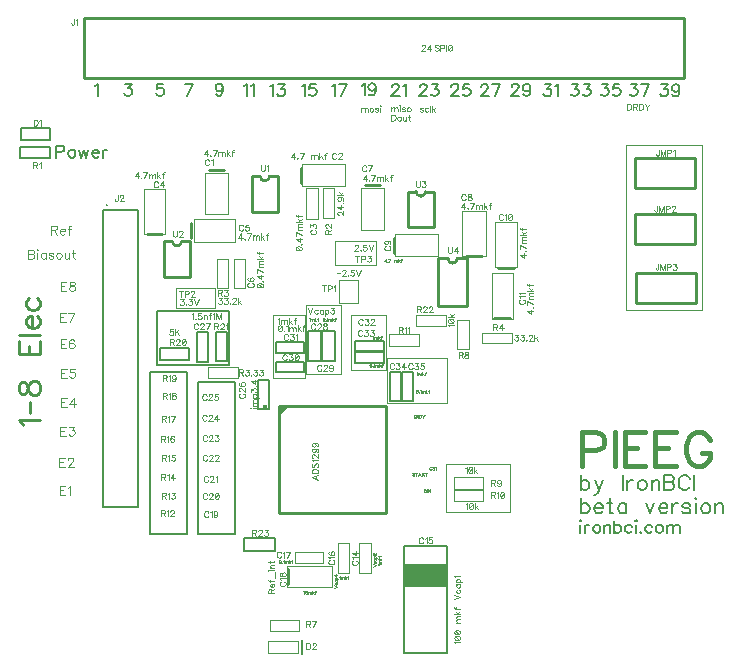
<source format=gbr>
G04 DipTrace 3.3.1.3*
G04 TopSilk.gbr*
%MOIN*%
G04 #@! TF.FileFunction,Legend,Top*
G04 #@! TF.Part,Single*
%ADD10C,0.009843*%
%ADD20C,0.00431*%
%ADD21C,0.004291*%
%ADD22C,0.005236*%
%ADD23C,0.008228*%
%ADD24C,0.004461*%
%ADD25C,0.015713*%
%ADD68C,0.003088*%
%ADD69C,0.001544*%
%ADD70C,0.004632*%
%ADD71C,0.016983*%
%ADD72C,0.010807*%
%ADD73C,0.006176*%
%ADD74C,0.00772*%
%FSLAX26Y26*%
G04*
G70*
G90*
G75*
G01*
G04 TopSilk*
%LPD*%
X1335512Y1266403D2*
D10*
X1689890D1*
Y912025D1*
X1335512D1*
Y1266403D1*
G36*
D2*
Y1234875D1*
X1367039Y1266403D1*
X1335512D1*
G37*
D25*
X1288297Y1264432D3*
X1363997Y672277D2*
D10*
Y723419D1*
X950919Y1815848D2*
Y1697732D1*
X1037554D2*
Y1815848D1*
Y1697732D2*
X950919D1*
Y1815848D2*
X978480D1*
X1009992D2*
X1037554D1*
X978480D2*
G03X1009992Y1815848I15756J11D01*
G01*
X1865613Y1758714D2*
X1897102D1*
X1865613D2*
Y1601223D1*
X1928614Y1758714D2*
X1960103D1*
X1865613Y1601223D2*
X1960103D1*
Y1758714D1*
X1897102D2*
G03X1928614Y1758714I15756J7D01*
G01*
X1763838Y1982037D2*
Y1863916D1*
X1850472Y1982037D2*
Y1863916D1*
X1763838D2*
X1850472D1*
X1763838Y1982037D2*
X1791399D1*
X1822911D2*
X1850472D1*
X1791399D2*
G03X1822911Y1982037I15756J10D01*
G01*
X1243789Y2033175D2*
Y1915058D1*
X1330424D2*
Y2033175D1*
Y1915058D2*
X1243789D1*
Y2033175D2*
X1271350D1*
X1302862D2*
X1330424D1*
X1271350D2*
G03X1302862Y2033175I15756J11D01*
G01*
X2103311Y1561808D2*
X2052169D1*
X1407045Y2010353D2*
Y2061495D1*
X2010085Y1765820D2*
X1958944D1*
X1099921Y2054848D2*
X1151063D1*
X1718438Y1777496D2*
Y1828638D1*
X2116421Y1728685D2*
X2065280D1*
X945314Y1840440D2*
X894172D1*
X1619969Y2004503D2*
X1671110D1*
X1041261Y1826840D2*
Y1877982D1*
X747940Y1920810D2*
D23*
X862708D1*
Y928736D1*
X747940D1*
Y1920810D1*
X683091Y2561770D2*
D10*
X2683091D1*
Y2361770D1*
X683091D1*
Y2561770D1*
G36*
X1751456Y739676D2*
X1896552D1*
Y664409D1*
X1751456D1*
Y739676D1*
G37*
X1749723Y799883D2*
D23*
X1895304D1*
Y444681D1*
X1749723D1*
Y799883D1*
X2721933Y1992364D2*
D10*
X2521909D1*
Y2092369D1*
X2721933D1*
Y1992364D1*
X2721001Y1805764D2*
X2520978D1*
Y1905769D1*
X2721001D1*
Y1805764D1*
X2724445Y1611891D2*
X2524421D1*
Y1711896D1*
X2724445D1*
Y1611891D1*
X1126879Y1755433D2*
D20*
X1165097D1*
Y1660285D1*
X1126879D1*
Y1755433D1*
X1184312Y1756205D2*
X1220121D1*
Y1660189D1*
X1184312D1*
Y1756205D1*
X883373Y1989453D2*
X955105D1*
Y1841226D1*
X883373D1*
Y1989453D1*
X1051370Y1889909D2*
X1188871D1*
Y1814909D1*
X1051370D1*
Y1889909D1*
X1609039Y1993091D2*
X1683039D1*
Y1853241D1*
X1609039D1*
Y1993091D1*
X1944459Y1915978D2*
X2022748D1*
Y1766025D1*
X1944459D1*
Y1915978D1*
X1409727Y2074592D2*
X1553476D1*
Y1999592D1*
X1409727D1*
Y2074592D1*
X2043618Y1711206D2*
X2113839D1*
Y1555588D1*
X2043618D1*
Y1711206D1*
X1425774Y1994738D2*
X1462993D1*
Y1891958D1*
X1425774D1*
Y1994738D1*
X1481744Y1993114D2*
X1519241D1*
Y1893113D1*
X1481744D1*
Y1993114D1*
X1087992Y2044738D2*
X1162993D1*
Y1907238D1*
X1087992D1*
Y2044738D1*
X1722101Y1840568D2*
X1865850D1*
Y1765567D1*
X1722101D1*
Y1840568D1*
X2053197Y1881748D2*
X2128197D1*
Y1731846D1*
X2053197D1*
Y1881748D1*
X2010000Y1511690D2*
X2109823D1*
Y1475974D1*
X2010000D1*
Y1511690D1*
X1305667Y554417D2*
X1402636D1*
Y517472D1*
X1305667D1*
Y554417D1*
X1425402Y1603097D2*
X1539976D1*
Y1374231D1*
X1425402D1*
Y1603097D1*
X1790211Y1569598D2*
X1891600D1*
Y1532575D1*
X1790211D1*
Y1569598D1*
X1917457Y1030898D2*
X2015265D1*
Y990079D1*
X1917457D1*
Y1030898D1*
X1695857Y1426378D2*
X1895885D1*
Y1278614D1*
X1695857D1*
Y1426378D1*
X1602159Y809404D2*
X1640908D1*
Y708936D1*
X1602159D1*
Y809404D1*
X1530615Y809316D2*
X1568117D1*
Y709316D1*
X1530615D1*
Y809316D1*
X1361609Y734169D2*
X1511608D1*
Y662709D1*
X1361609D1*
Y734169D1*
X1386411Y780311D2*
X1480161D1*
Y742811D1*
X1386411D1*
Y780311D1*
X1917587Y987832D2*
X2015314D1*
Y951953D1*
X1917587D1*
Y987832D1*
X1297873Y482563D2*
D21*
X1397873D1*
Y445062D1*
X1297873D1*
Y482563D1*
X1315043Y1570453D2*
X1422377D1*
Y1358980D1*
X1315043D1*
Y1570453D1*
X1533093Y1687016D2*
X1597413D1*
Y1611316D1*
X1533093D1*
Y1687016D1*
X1574991Y1569543D2*
X1690987D1*
Y1388567D1*
X1574991D1*
Y1569543D1*
X991490Y1659816D2*
X1120795D1*
Y1594798D1*
X991490D1*
Y1659816D1*
X1520378Y1816921D2*
X1657879D1*
Y1735672D1*
X1520378D1*
Y1816921D1*
X929163Y1585235D2*
D22*
X1169228D1*
Y1405151D1*
X929163D1*
Y1585235D1*
X1479172Y1515707D2*
X1522039D1*
Y1416801D1*
X1479172D1*
Y1515707D1*
X1431245Y1515938D2*
X1472778D1*
Y1418396D1*
X1431245D1*
Y1515938D1*
X1263752Y1353769D2*
X1301937D1*
Y1256929D1*
X1263752D1*
Y1353769D1*
X1099118Y1397472D2*
D21*
X1196146D1*
Y1361781D1*
X1099118D1*
Y1397472D1*
X1324379Y1481963D2*
D22*
X1418394D1*
Y1444858D1*
X1324379D1*
Y1481963D1*
X1324230Y1414349D2*
X1418243D1*
Y1378955D1*
X1324230D1*
Y1414349D1*
X1587450Y1485325D2*
X1683720D1*
Y1449795D1*
X1587450D1*
Y1485325D1*
X1587386Y1445890D2*
X1683720D1*
Y1409984D1*
X1587386D1*
Y1445890D1*
X1704936Y1381164D2*
X1739727D1*
Y1283787D1*
X1704936D1*
Y1381164D1*
X1745402Y1380253D2*
X1781589D1*
Y1283741D1*
X1745402D1*
Y1380253D1*
X1219029Y827318D2*
X1320045D1*
Y785000D1*
X1219029D1*
Y827318D1*
X937247Y1458870D2*
X1033560D1*
Y1421745D1*
X937247D1*
Y1458870D1*
X1060193Y1515104D2*
X1098378D1*
Y1414248D1*
X1060193D1*
Y1515104D1*
X1123895Y1514425D2*
X1160434D1*
Y1415749D1*
X1123895D1*
Y1514425D1*
X472651Y2130614D2*
X570689D1*
Y2092126D1*
X472651D1*
Y2130614D1*
X472891Y2193134D2*
X570929D1*
Y2153421D1*
X472891D1*
Y2193134D1*
X1065066Y1348441D2*
D23*
X1187020D1*
Y840726D1*
X1065066D1*
Y1348441D1*
X904437Y1379400D2*
X1028131D1*
Y840297D1*
X904437D1*
Y1379400D1*
X1891302Y1072615D2*
D21*
X2103144D1*
Y914822D1*
X1891302D1*
Y1072615D1*
X1928014Y1552327D2*
X1968077D1*
Y1457140D1*
X1928014D1*
Y1552327D1*
X1700563Y1505732D2*
X1801723D1*
Y1467839D1*
X1700563D1*
Y1505732D1*
X1411680Y485992D2*
D23*
Y441092D1*
X2489495Y2138545D2*
D24*
X2745622D1*
Y1588547D1*
X2489495D1*
Y2138545D1*
X1463891Y1036847D2*
D68*
X1443795Y1029175D1*
X1463891Y1021526D1*
X1457192Y1024400D2*
Y1033973D1*
X1443795Y1043022D2*
X1463891D1*
Y1049721D1*
X1462918Y1052595D1*
X1461017Y1054518D1*
X1459093Y1055469D1*
X1456242Y1056420D1*
X1451444D1*
X1448570Y1055469D1*
X1446669Y1054519D1*
X1444745Y1052595D1*
X1443795Y1049721D1*
Y1043022D1*
X1446669Y1075993D2*
X1444745Y1074092D1*
X1443795Y1071218D1*
Y1067393D1*
X1444745Y1064519D1*
X1446669Y1062595D1*
X1448570D1*
X1450493Y1063568D1*
X1451444Y1064519D1*
X1452395Y1066420D1*
X1454318Y1072168D1*
X1455269Y1074092D1*
X1456241Y1075042D1*
X1458143Y1075993D1*
X1461017D1*
X1462918Y1074092D1*
X1463891Y1071218D1*
Y1067393D1*
X1462918Y1064519D1*
X1461017Y1062595D1*
X1447642Y1082169D2*
X1446669Y1084092D1*
X1443817Y1086966D1*
X1463891D1*
X1448592Y1094114D2*
X1447642D1*
X1445718Y1095065D1*
X1444768Y1096016D1*
X1443817Y1097939D1*
Y1101764D1*
X1444768Y1103665D1*
X1445718Y1104616D1*
X1447642Y1105588D1*
X1449543D1*
X1451466Y1104616D1*
X1454318Y1102714D1*
X1463891Y1093142D1*
Y1106539D1*
X1450493Y1125161D2*
X1453367Y1124189D1*
X1455291Y1122287D1*
X1456241Y1119413D1*
Y1118463D1*
X1455291Y1115589D1*
X1453367Y1113687D1*
X1450493Y1112715D1*
X1449543D1*
X1446669Y1113687D1*
X1444768Y1115589D1*
X1443817Y1118463D1*
Y1119413D1*
X1444768Y1122287D1*
X1446669Y1124189D1*
X1450493Y1125161D1*
X1455291D1*
X1460066Y1124189D1*
X1462940Y1122287D1*
X1463891Y1119413D1*
Y1117512D1*
X1462940Y1114638D1*
X1461017Y1113687D1*
X1450493Y1143784D2*
X1453367Y1142811D1*
X1455291Y1140910D1*
X1456241Y1138036D1*
Y1137085D1*
X1455291Y1134211D1*
X1453367Y1132310D1*
X1450493Y1131337D1*
X1449543D1*
X1446669Y1132310D1*
X1444768Y1134211D1*
X1443817Y1137085D1*
Y1138036D1*
X1444768Y1140910D1*
X1446669Y1142811D1*
X1450493Y1143784D1*
X1455291D1*
X1460066Y1142811D1*
X1462940Y1140910D1*
X1463891Y1138036D1*
Y1136134D1*
X1462940Y1133260D1*
X1461017Y1132310D1*
X1475886Y1399716D2*
X1474935Y1401617D1*
X1473012Y1403541D1*
X1471111Y1404491D1*
X1467286D1*
X1465363Y1403541D1*
X1463461Y1401617D1*
X1462489Y1399716D1*
X1461538Y1396842D1*
Y1392045D1*
X1462489Y1389193D1*
X1463461Y1387269D1*
X1465363Y1385368D1*
X1467286Y1384395D1*
X1471111D1*
X1473012Y1385368D1*
X1474935Y1387269D1*
X1475886Y1389193D1*
X1483034Y1399694D2*
Y1400645D1*
X1483985Y1402568D1*
X1484936Y1403519D1*
X1486859Y1404469D1*
X1490684D1*
X1492585Y1403519D1*
X1493536Y1402568D1*
X1494508Y1400645D1*
Y1398743D1*
X1493536Y1396820D1*
X1491634Y1393968D1*
X1482062Y1384395D1*
X1495459D1*
X1514081Y1397793D2*
X1513109Y1394919D1*
X1511207Y1392995D1*
X1508333Y1392045D1*
X1507383D1*
X1504509Y1392995D1*
X1502607Y1394919D1*
X1501635Y1397793D1*
Y1398743D1*
X1502607Y1401617D1*
X1504509Y1403519D1*
X1507383Y1404469D1*
X1508333D1*
X1511207Y1403519D1*
X1513109Y1401617D1*
X1514081Y1397793D1*
Y1392995D1*
X1513109Y1388220D1*
X1511207Y1385346D1*
X1508333Y1384395D1*
X1506432D1*
X1503558Y1385346D1*
X1502607Y1387269D1*
X1503720Y753076D2*
X1501818Y752126D1*
X1499895Y750202D1*
X1498944Y748301D1*
Y744476D1*
X1499895Y742553D1*
X1501818Y740652D1*
X1503720Y739679D1*
X1506594Y738728D1*
X1511391D1*
X1514243Y739679D1*
X1516166Y740652D1*
X1518068Y742553D1*
X1519040Y744476D1*
Y748301D1*
X1518068Y750202D1*
X1516166Y752126D1*
X1514243Y753076D1*
X1502791Y759252D2*
X1501818Y761175D1*
X1498967Y764049D1*
X1519040D1*
X1501818Y781699D2*
X1499917Y780748D1*
X1498967Y777874D1*
Y775973D1*
X1499917Y773099D1*
X1502791Y771176D1*
X1507566Y770225D1*
X1512342D1*
X1516166Y771176D1*
X1518090Y773099D1*
X1519040Y775973D1*
Y776924D1*
X1518090Y779776D1*
X1516166Y781699D1*
X1513292Y782650D1*
X1512342D1*
X1509468Y781699D1*
X1507566Y779776D1*
X1506616Y776924D1*
Y775973D1*
X1507566Y773099D1*
X1509468Y771176D1*
X1512342Y770225D1*
X1341358Y776917D2*
X1340407Y778818D1*
X1338484Y780741D1*
X1336582Y781692D1*
X1332758D1*
X1330834Y780741D1*
X1328933Y778818D1*
X1327960Y776917D1*
X1327010Y774043D1*
Y769245D1*
X1327960Y766394D1*
X1328933Y764470D1*
X1330834Y762569D1*
X1332758Y761596D1*
X1336582D1*
X1338484Y762569D1*
X1340407Y764470D1*
X1341358Y766394D1*
X1347533Y777845D2*
X1349457Y778818D1*
X1352331Y781670D1*
Y761596D1*
X1362331D2*
X1371904Y781670D1*
X1358506D1*
X1340806Y681714D2*
X1338905Y680763D1*
X1336982Y678840D1*
X1336031Y676939D1*
Y673114D1*
X1336982Y671191D1*
X1338905Y669289D1*
X1340806Y668317D1*
X1343680Y667366D1*
X1348478D1*
X1351330Y668317D1*
X1353253Y669289D1*
X1355154Y671191D1*
X1356127Y673114D1*
Y676939D1*
X1355154Y678840D1*
X1353253Y680763D1*
X1351330Y681714D1*
X1339878Y687890D2*
X1338905Y689813D1*
X1336053Y692687D1*
X1356127D1*
X1336053Y703638D2*
X1337004Y700786D1*
X1338905Y699813D1*
X1340828D1*
X1342730Y700786D1*
X1343702Y702687D1*
X1344653Y706512D1*
X1345604Y709386D1*
X1347527Y711287D1*
X1349428Y712238D1*
X1352302D1*
X1354204Y711287D1*
X1355176Y710337D1*
X1356127Y707463D1*
Y703638D1*
X1355176Y700786D1*
X1354204Y699813D1*
X1352302Y698863D1*
X1349428D1*
X1347527Y699813D1*
X1345604Y701737D1*
X1344653Y704589D1*
X1343702Y708413D1*
X1342730Y710337D1*
X1340828Y711287D1*
X1338905D1*
X1337004Y710337D1*
X1336053Y707463D1*
Y703638D1*
X1779648Y1404918D2*
X1778698Y1406819D1*
X1776774Y1408743D1*
X1774873Y1409693D1*
X1771048D1*
X1769125Y1408743D1*
X1767224Y1406819D1*
X1766251Y1404918D1*
X1765300Y1402044D1*
Y1397247D1*
X1766251Y1394395D1*
X1767224Y1392471D1*
X1769125Y1390570D1*
X1771048Y1389597D1*
X1774873D1*
X1776774Y1390570D1*
X1778698Y1392471D1*
X1779648Y1394395D1*
X1787747Y1409671D2*
X1798248D1*
X1792523Y1402022D1*
X1795397D1*
X1797298Y1401071D1*
X1798248Y1400121D1*
X1799221Y1397247D1*
Y1395345D1*
X1798248Y1392471D1*
X1796347Y1390548D1*
X1793473Y1389597D1*
X1790599D1*
X1787747Y1390548D1*
X1786797Y1391521D1*
X1785824Y1393422D1*
X1816871Y1409671D2*
X1807320D1*
X1806370Y1401071D1*
X1807320Y1402022D1*
X1810194Y1402995D1*
X1813046D1*
X1815920Y1402022D1*
X1817844Y1400121D1*
X1818794Y1397247D1*
Y1395345D1*
X1817844Y1392471D1*
X1815920Y1390548D1*
X1813046Y1389597D1*
X1810194D1*
X1807320Y1390548D1*
X1806370Y1391521D1*
X1805397Y1393422D1*
X1717199Y1405077D2*
X1716248Y1406978D1*
X1714325Y1408902D1*
X1712424Y1409852D1*
X1708599D1*
X1706676Y1408902D1*
X1704775Y1406978D1*
X1703802Y1405077D1*
X1702851Y1402203D1*
Y1397406D1*
X1703802Y1394554D1*
X1704775Y1392630D1*
X1706676Y1390729D1*
X1708599Y1389756D1*
X1712424D1*
X1714325Y1390729D1*
X1716248Y1392630D1*
X1717199Y1394554D1*
X1725298Y1409830D2*
X1735799D1*
X1730073Y1402181D1*
X1732948D1*
X1734849Y1401230D1*
X1735799Y1400280D1*
X1736772Y1397406D1*
Y1395504D1*
X1735799Y1392630D1*
X1733898Y1390707D1*
X1731024Y1389756D1*
X1728150D1*
X1725298Y1390707D1*
X1724348Y1391680D1*
X1723375Y1393581D1*
X1752521Y1389756D2*
Y1409830D1*
X1742948Y1396455D1*
X1757296D1*
X1581350Y751980D2*
X1579448Y751029D1*
X1577525Y749106D1*
X1576574Y747204D1*
Y743380D1*
X1577525Y741456D1*
X1579448Y739555D1*
X1581350Y738582D1*
X1584224Y737632D1*
X1589021D1*
X1591873Y738582D1*
X1593796Y739555D1*
X1595698Y741456D1*
X1596670Y743380D1*
Y747204D1*
X1595698Y749105D1*
X1593796Y751029D1*
X1591873Y751979D1*
X1580421Y758155D2*
X1579448Y760079D1*
X1576596Y762953D1*
X1596670D1*
Y778701D2*
X1576596D1*
X1589972Y769128D1*
Y783476D1*
X940931Y910119D2*
X949531D1*
X952405Y911092D1*
X953378Y912043D1*
X954328Y913944D1*
Y915867D1*
X953378Y917769D1*
X952405Y918741D1*
X949531Y919692D1*
X940931D1*
Y899596D1*
X947630Y910119D2*
X954328Y899596D1*
X960504Y915845D2*
X962428Y916818D1*
X965302Y919670D1*
Y899596D1*
X972450Y914895D2*
Y915845D1*
X973401Y917769D1*
X974351Y918719D1*
X976275Y919670D1*
X980099D1*
X982001Y918719D1*
X982951Y917769D1*
X983924Y915845D1*
Y913944D1*
X982951Y912021D1*
X981050Y909169D1*
X971477Y899596D1*
X984875D1*
X2041814Y1011346D2*
X2050414D1*
X2053288Y1012319D1*
X2054261Y1013270D1*
X2055212Y1015171D1*
Y1017095D1*
X2054261Y1018996D1*
X2053288Y1019969D1*
X2050414Y1020919D1*
X2041814D1*
Y1000823D1*
X2048513Y1011346D2*
X2055212Y1000823D1*
X2073834Y1014220D2*
X2072861Y1011346D1*
X2070960Y1009423D1*
X2068086Y1008472D1*
X2067135D1*
X2064261Y1009423D1*
X2062360Y1011346D1*
X2061387Y1014220D1*
Y1015171D1*
X2062360Y1018045D1*
X2064261Y1019946D1*
X2067135Y1020897D1*
X2068086D1*
X2070960Y1019946D1*
X2072861Y1018045D1*
X2073834Y1014220D1*
Y1009423D1*
X2072861Y1004648D1*
X2070960Y1001774D1*
X2068086Y1000823D1*
X2066185D1*
X2063311Y1001774D1*
X2062360Y1003697D1*
X1794367Y1589928D2*
X1802967D1*
X1805841Y1590901D1*
X1806814Y1591851D1*
X1807765Y1593752D1*
Y1595676D1*
X1806814Y1597577D1*
X1805841Y1598550D1*
X1802967Y1599501D1*
X1794367D1*
Y1579405D1*
X1801066Y1589928D2*
X1807765Y1579405D1*
X1814913Y1594703D2*
Y1595654D1*
X1815864Y1597577D1*
X1816814Y1598528D1*
X1818738Y1599478D1*
X1822562D1*
X1824464Y1598528D1*
X1825414Y1597577D1*
X1826387Y1595654D1*
Y1593752D1*
X1825414Y1591829D1*
X1823513Y1588977D1*
X1813940Y1579405D1*
X1827338D1*
X1834486Y1594703D2*
Y1595654D1*
X1835437Y1597577D1*
X1836387Y1598528D1*
X1838311Y1599478D1*
X1842136D1*
X1844037Y1598528D1*
X1844987Y1597577D1*
X1845960Y1595654D1*
Y1593752D1*
X1844987Y1591829D1*
X1843086Y1588977D1*
X1833513Y1579405D1*
X1846911D1*
X1425864Y476662D2*
Y456566D1*
X1432563D1*
X1435437Y457539D1*
X1437360Y459440D1*
X1438311Y461363D1*
X1439261Y464215D1*
Y469013D1*
X1438311Y471887D1*
X1437360Y473788D1*
X1435437Y475711D1*
X1432563Y476662D1*
X1425864D1*
X1446410Y471865D2*
Y472815D1*
X1447360Y474739D1*
X1448311Y475689D1*
X1450234Y476640D1*
X1454059D1*
X1455960Y475689D1*
X1456911Y474739D1*
X1457884Y472815D1*
Y470914D1*
X1456911Y468991D1*
X1455010Y466139D1*
X1445437Y456566D1*
X1458834D1*
X2041426Y971206D2*
X2050026D1*
X2052900Y972179D1*
X2053873Y973129D1*
X2054823Y975031D1*
Y976954D1*
X2053873Y978855D1*
X2052900Y979828D1*
X2050026Y980779D1*
X2041426D1*
Y960683D1*
X2048125Y971206D2*
X2054823Y960683D1*
X2060999Y976932D2*
X2062922Y977905D1*
X2065796Y980757D1*
Y960683D1*
X2077720Y980757D2*
X2074846Y979806D1*
X2072923Y976932D1*
X2071972Y972157D1*
Y969283D1*
X2072923Y964507D1*
X2074846Y961633D1*
X2077720Y960683D1*
X2079621D1*
X2082495Y961633D1*
X2084397Y964507D1*
X2085369Y969283D1*
Y972157D1*
X2084397Y976932D1*
X2082495Y979806D1*
X2079621Y980757D1*
X2077720D1*
X2084397Y976932D2*
X2072923Y964507D1*
X1425357Y540927D2*
X1433957D1*
X1436831Y541899D1*
X1437804Y542850D1*
X1438755Y544751D1*
Y546675D1*
X1437804Y548576D1*
X1436831Y549549D1*
X1433957Y550499D1*
X1425357D1*
Y530403D1*
X1432056Y540927D2*
X1438755Y530403D1*
X1448755D2*
X1458328Y550477D1*
X1444930D1*
X943862Y968631D2*
X952462D1*
X955336Y969604D1*
X956308Y970555D1*
X957259Y972456D1*
Y974379D1*
X956308Y976281D1*
X955336Y977253D1*
X952462Y978204D1*
X943862D1*
Y958108D1*
X950560Y968631D2*
X957259Y958108D1*
X963435Y974357D2*
X965358Y975330D1*
X968232Y978182D1*
Y958108D1*
X976331Y978182D2*
X986832D1*
X981106Y970533D1*
X983980D1*
X985882Y969582D1*
X986832Y968631D1*
X987805Y965757D1*
Y963856D1*
X986832Y960982D1*
X984931Y959059D1*
X982057Y958108D1*
X979183D1*
X976331Y959059D1*
X975380Y960031D1*
X974408Y961933D1*
X942275Y1030390D2*
X950875D1*
X953749Y1031363D1*
X954721Y1032313D1*
X955672Y1034214D1*
Y1036138D1*
X954721Y1038039D1*
X953749Y1039012D1*
X950875Y1039962D1*
X942275D1*
Y1019866D1*
X948973Y1030390D2*
X955672Y1019866D1*
X961848Y1036116D2*
X963771Y1037088D1*
X966645Y1039940D1*
Y1019866D1*
X982394D2*
Y1039940D1*
X972821Y1026565D1*
X987169D1*
X944759Y1095311D2*
X953359D1*
X956233Y1096284D1*
X957206Y1097234D1*
X958157Y1099136D1*
Y1101059D1*
X957206Y1102960D1*
X956233Y1103933D1*
X953359Y1104884D1*
X944759D1*
Y1084788D1*
X951458Y1095311D2*
X958157Y1084788D1*
X964332Y1101037D2*
X966256Y1102010D1*
X969130Y1104862D1*
Y1084788D1*
X986779Y1104862D2*
X977229D1*
X976278Y1096262D1*
X977229Y1097212D1*
X980103Y1098185D1*
X982955D1*
X985829Y1097212D1*
X987752Y1095311D1*
X988703Y1092437D1*
Y1090536D1*
X987752Y1087662D1*
X985829Y1085738D1*
X982955Y1084788D1*
X980103D1*
X977229Y1085738D1*
X976278Y1086711D1*
X975305Y1088612D1*
X941608Y1157067D2*
X950208D1*
X953082Y1158040D1*
X954055Y1158990D1*
X955005Y1160892D1*
Y1162815D1*
X954055Y1164716D1*
X953082Y1165689D1*
X950208Y1166640D1*
X941608D1*
Y1146544D1*
X948306Y1157067D2*
X955005Y1146544D1*
X961181Y1162793D2*
X963104Y1163766D1*
X965978Y1166618D1*
Y1146544D1*
X983628Y1163766D2*
X982677Y1165667D1*
X979803Y1166618D1*
X977902D1*
X975028Y1165667D1*
X973105Y1162793D1*
X972154Y1158018D1*
Y1153242D1*
X973105Y1149418D1*
X975028Y1147494D1*
X977902Y1146544D1*
X978853D1*
X981705Y1147494D1*
X983628Y1149418D1*
X984579Y1152292D1*
Y1153242D1*
X983628Y1156116D1*
X981705Y1158018D1*
X978853Y1158968D1*
X977902D1*
X975028Y1158018D1*
X973105Y1156116D1*
X972154Y1153242D1*
X943783Y1224676D2*
X952383D1*
X955257Y1225649D1*
X956230Y1226599D1*
X957180Y1228501D1*
Y1230424D1*
X956230Y1232325D1*
X955257Y1233298D1*
X952383Y1234249D1*
X943783D1*
Y1214153D1*
X950482Y1224676D2*
X957180Y1214153D1*
X963356Y1230402D2*
X965279Y1231375D1*
X968153Y1234226D1*
Y1214153D1*
X978154D2*
X987726Y1234226D1*
X974329D1*
X946670Y1360167D2*
X955270D1*
X958144Y1361139D1*
X959117Y1362090D1*
X960068Y1363991D1*
Y1365915D1*
X959117Y1367816D1*
X958144Y1368789D1*
X955270Y1369739D1*
X946670D1*
Y1349643D1*
X953369Y1360167D2*
X960068Y1349643D1*
X966243Y1365893D2*
X968167Y1366865D1*
X971041Y1369717D1*
Y1349643D1*
X989663Y1363041D2*
X988690Y1360167D1*
X986789Y1358243D1*
X983915Y1357293D1*
X982964D1*
X980090Y1358243D1*
X978189Y1360167D1*
X977216Y1363041D1*
Y1363991D1*
X978189Y1366865D1*
X980090Y1368767D1*
X982964Y1369717D1*
X983915D1*
X986789Y1368767D1*
X988690Y1366865D1*
X989663Y1363041D1*
Y1358243D1*
X988690Y1353468D1*
X986789Y1350594D1*
X983915Y1349643D1*
X982014D1*
X979140Y1350594D1*
X978189Y1352517D1*
X946722Y1301472D2*
X955322D1*
X958196Y1302445D1*
X959168Y1303396D1*
X960119Y1305297D1*
Y1307220D1*
X959168Y1309122D1*
X958196Y1310095D1*
X955322Y1311045D1*
X946722D1*
Y1290949D1*
X953420Y1301472D2*
X960119Y1290949D1*
X966295Y1307198D2*
X968218Y1308171D1*
X971092Y1311023D1*
Y1290949D1*
X982043Y1311023D2*
X979191Y1310072D1*
X978219Y1308171D1*
Y1306248D1*
X979191Y1304346D1*
X981093Y1303374D1*
X984917Y1302423D1*
X987791Y1301472D1*
X989692Y1299549D1*
X990643Y1297648D1*
Y1294774D1*
X989692Y1292873D1*
X988742Y1291900D1*
X985868Y1290949D1*
X982043D1*
X979191Y1291900D1*
X978219Y1292873D1*
X977268Y1294774D1*
Y1297648D1*
X978219Y1299549D1*
X980142Y1301472D1*
X982994Y1302423D1*
X986818Y1303374D1*
X988742Y1304346D1*
X989692Y1306248D1*
Y1308171D1*
X988742Y1310072D1*
X985868Y1311023D1*
X982043D1*
X1099059Y911611D2*
X1098108Y913512D1*
X1096185Y915436D1*
X1094283Y916386D1*
X1090459D1*
X1088535Y915436D1*
X1086634Y913512D1*
X1085661Y911611D1*
X1084711Y908737D1*
Y903940D1*
X1085661Y901088D1*
X1086634Y899164D1*
X1088535Y897263D1*
X1090459Y896290D1*
X1094283D1*
X1096185Y897263D1*
X1098108Y899164D1*
X1099059Y901088D1*
X1105234Y912540D2*
X1107158Y913512D1*
X1110032Y916364D1*
Y896290D1*
X1128654Y909688D2*
X1127681Y906814D1*
X1125780Y904890D1*
X1122906Y903940D1*
X1121955D1*
X1119081Y904890D1*
X1117180Y906814D1*
X1116207Y909688D1*
Y910638D1*
X1117180Y913512D1*
X1119081Y915414D1*
X1121955Y916364D1*
X1122906D1*
X1125780Y915414D1*
X1127681Y913512D1*
X1128654Y909688D1*
Y904890D1*
X1127681Y900115D1*
X1125780Y897241D1*
X1122906Y896290D1*
X1121005D1*
X1118131Y897241D1*
X1117180Y899164D1*
X1093147Y1233333D2*
X1092196Y1235234D1*
X1090273Y1237157D1*
X1088371Y1238108D1*
X1084547D1*
X1082623Y1237157D1*
X1080722Y1235234D1*
X1079749Y1233333D1*
X1078799Y1230459D1*
Y1225661D1*
X1079749Y1222810D1*
X1080722Y1220886D1*
X1082623Y1218985D1*
X1084547Y1218012D1*
X1088371D1*
X1090273Y1218985D1*
X1092196Y1220886D1*
X1093147Y1222810D1*
X1100295Y1233311D2*
Y1234261D1*
X1101246Y1236185D1*
X1102196Y1237135D1*
X1104120Y1238086D1*
X1107944D1*
X1109846Y1237135D1*
X1110796Y1236185D1*
X1111769Y1234261D1*
Y1232360D1*
X1110796Y1230437D1*
X1108895Y1227585D1*
X1099322Y1218012D1*
X1112720D1*
X1128468D2*
Y1238086D1*
X1118895Y1224711D1*
X1133243D1*
X1205284Y1308263D2*
X1203383Y1307313D1*
X1201459Y1305389D1*
X1200509Y1303488D1*
Y1299663D1*
X1201459Y1297740D1*
X1203383Y1295839D1*
X1205284Y1294866D1*
X1208158Y1293915D1*
X1212955D1*
X1215807Y1294866D1*
X1217731Y1295839D1*
X1219632Y1297740D1*
X1220605Y1299663D1*
Y1303488D1*
X1219632Y1305389D1*
X1217731Y1307313D1*
X1215807Y1308263D1*
X1205306Y1315412D2*
X1204355D1*
X1202432Y1316362D1*
X1201481Y1317313D1*
X1200531Y1319236D1*
Y1323061D1*
X1201481Y1324962D1*
X1202432Y1325913D1*
X1204355Y1326886D1*
X1206257D1*
X1208180Y1325913D1*
X1211032Y1324012D1*
X1220605Y1314439D1*
Y1327836D1*
X1203383Y1345486D2*
X1201481Y1344535D1*
X1200531Y1341661D1*
Y1339760D1*
X1201481Y1336886D1*
X1204355Y1334963D1*
X1209131Y1334012D1*
X1213906D1*
X1217731Y1334963D1*
X1219654Y1336886D1*
X1220605Y1339760D1*
Y1340711D1*
X1219654Y1343562D1*
X1217731Y1345486D1*
X1214857Y1346437D1*
X1213906D1*
X1211032Y1345486D1*
X1209131Y1343563D1*
X1208180Y1340711D1*
Y1339760D1*
X1209131Y1336886D1*
X1211032Y1334963D1*
X1213906Y1334012D1*
X1093720Y1165374D2*
X1092770Y1167275D1*
X1090846Y1169198D1*
X1088945Y1170149D1*
X1085120D1*
X1083197Y1169198D1*
X1081296Y1167275D1*
X1080323Y1165374D1*
X1079372Y1162500D1*
Y1157702D1*
X1080323Y1154850D1*
X1081296Y1152927D1*
X1083197Y1151026D1*
X1085120Y1150053D1*
X1088945D1*
X1090846Y1151026D1*
X1092770Y1152927D1*
X1093720Y1154850D1*
X1100869Y1165351D2*
Y1166302D1*
X1101819Y1168225D1*
X1102770Y1169176D1*
X1104693Y1170127D1*
X1108518D1*
X1110419Y1169176D1*
X1111370Y1168225D1*
X1112343Y1166302D1*
Y1164401D1*
X1111370Y1162477D1*
X1109469Y1159625D1*
X1099896Y1150053D1*
X1113293D1*
X1121392Y1170127D2*
X1131894D1*
X1126168Y1162477D1*
X1129042D1*
X1130943Y1161527D1*
X1131894Y1160576D1*
X1132866Y1157702D1*
Y1155801D1*
X1131894Y1152927D1*
X1129992Y1151003D1*
X1127118Y1150053D1*
X1124244D1*
X1121392Y1151003D1*
X1120442Y1151976D1*
X1119469Y1153877D1*
X1094419Y971853D2*
X1093468Y973754D1*
X1091545Y975677D1*
X1089643Y976628D1*
X1085819D1*
X1083895Y975677D1*
X1081994Y973754D1*
X1081021Y971853D1*
X1080071Y968979D1*
Y964181D1*
X1081021Y961329D1*
X1081994Y959406D1*
X1083895Y957505D1*
X1085819Y956532D1*
X1089643D1*
X1091545Y957505D1*
X1093468Y959406D1*
X1094419Y961329D1*
X1101567Y971830D2*
Y972781D1*
X1102518Y974704D1*
X1103468Y975655D1*
X1105392Y976606D1*
X1109216D1*
X1111118Y975655D1*
X1112068Y974704D1*
X1113041Y972781D1*
Y970880D1*
X1112068Y968956D1*
X1110167Y966104D1*
X1100594Y956532D1*
X1113992D1*
X1125915Y976606D2*
X1123041Y975655D1*
X1121118Y972781D1*
X1120167Y968006D1*
Y965132D1*
X1121118Y960356D1*
X1123041Y957482D1*
X1125915Y956532D1*
X1127817D1*
X1130691Y957482D1*
X1132592Y960356D1*
X1133565Y965132D1*
Y968006D1*
X1132592Y972781D1*
X1130691Y975655D1*
X1127817Y976606D1*
X1125915D1*
X1132592Y972781D2*
X1121118Y960356D1*
X1094802Y1099748D2*
X1093851Y1101649D1*
X1091928Y1103572D1*
X1090026Y1104523D1*
X1086202D1*
X1084278Y1103572D1*
X1082377Y1101649D1*
X1081404Y1099748D1*
X1080454Y1096874D1*
Y1092076D1*
X1081404Y1089224D1*
X1082377Y1087301D1*
X1084278Y1085400D1*
X1086202Y1084427D1*
X1090026D1*
X1091928Y1085400D1*
X1093851Y1087301D1*
X1094802Y1089224D1*
X1101950Y1099725D2*
Y1100676D1*
X1102901Y1102599D1*
X1103851Y1103550D1*
X1105775Y1104501D1*
X1109599D1*
X1111501Y1103550D1*
X1112451Y1102599D1*
X1113424Y1100676D1*
Y1098775D1*
X1112451Y1096851D1*
X1110550Y1094000D1*
X1100977Y1084427D1*
X1114375D1*
X1121523Y1099725D2*
Y1100676D1*
X1122474Y1102599D1*
X1123424Y1103550D1*
X1125348Y1104501D1*
X1129173D1*
X1131074Y1103550D1*
X1132024Y1102599D1*
X1132997Y1100676D1*
Y1098775D1*
X1132024Y1096851D1*
X1130123Y1094000D1*
X1120550Y1084427D1*
X1133948D1*
X1092786Y1301918D2*
X1091835Y1303819D1*
X1089912Y1305743D1*
X1088011Y1306693D1*
X1084186D1*
X1082263Y1305743D1*
X1080361Y1303819D1*
X1079389Y1301918D1*
X1078438Y1299044D1*
Y1294247D1*
X1079389Y1291395D1*
X1080361Y1289471D1*
X1082263Y1287570D1*
X1084186Y1286597D1*
X1088011D1*
X1089912Y1287570D1*
X1091835Y1289471D1*
X1092786Y1291395D1*
X1099934Y1301896D2*
Y1302847D1*
X1100885Y1304770D1*
X1101836Y1305721D1*
X1103759Y1306671D1*
X1107584D1*
X1109485Y1305721D1*
X1110436Y1304770D1*
X1111408Y1302847D1*
Y1300945D1*
X1110436Y1299022D1*
X1108534Y1296170D1*
X1098962Y1286597D1*
X1112359D1*
X1130009Y1306671D2*
X1120458D1*
X1119507Y1298071D1*
X1120458Y1299022D1*
X1123332Y1299995D1*
X1126184D1*
X1129058Y1299022D1*
X1130981Y1297121D1*
X1131932Y1294247D1*
Y1292345D1*
X1130981Y1289471D1*
X1129058Y1287548D1*
X1126184Y1286597D1*
X1123332D1*
X1120458Y1287548D1*
X1119507Y1288521D1*
X1118535Y1290422D1*
X1097141Y1029484D2*
X1096190Y1031385D1*
X1094267Y1033308D1*
X1092366Y1034259D1*
X1088541D1*
X1086618Y1033308D1*
X1084716Y1031385D1*
X1083744Y1029484D1*
X1082793Y1026610D1*
Y1021812D1*
X1083744Y1018960D1*
X1084716Y1017037D1*
X1086618Y1015136D1*
X1088541Y1014163D1*
X1092366D1*
X1094267Y1015136D1*
X1096190Y1017037D1*
X1097141Y1018960D1*
X1104290Y1029462D2*
Y1030412D1*
X1105240Y1032336D1*
X1106191Y1033286D1*
X1108114Y1034237D1*
X1111939D1*
X1113840Y1033286D1*
X1114791Y1032336D1*
X1115763Y1030412D1*
Y1028511D1*
X1114791Y1026588D1*
X1112889Y1023736D1*
X1103317Y1014163D1*
X1116714D1*
X1122890Y1030412D2*
X1124813Y1031385D1*
X1127687Y1034237D1*
Y1014163D1*
X1498247Y1841343D2*
Y1849943D1*
X1497274Y1852817D1*
X1496323Y1853790D1*
X1494422Y1854740D1*
X1492499D1*
X1490597Y1853790D1*
X1489625Y1852817D1*
X1488674Y1849943D1*
Y1841343D1*
X1508770D1*
X1498247Y1848042D2*
X1508770Y1854740D1*
X1493471Y1861889D2*
X1492521D1*
X1490597Y1862839D1*
X1489647Y1863790D1*
X1488696Y1865713D1*
Y1869538D1*
X1489647Y1871439D1*
X1490597Y1872390D1*
X1492521Y1873363D1*
X1494422D1*
X1496345Y1872390D1*
X1499197Y1870489D1*
X1508770Y1860916D1*
Y1874313D1*
X980936Y1851999D2*
Y1837651D1*
X981887Y1834777D1*
X983810Y1832875D1*
X986684Y1831903D1*
X988585D1*
X991459Y1832875D1*
X993383Y1834777D1*
X994333Y1837651D1*
Y1851999D1*
X1001482Y1847201D2*
Y1848152D1*
X1002432Y1850075D1*
X1003383Y1851026D1*
X1005307Y1851976D1*
X1009131D1*
X1011032Y1851026D1*
X1011983Y1850075D1*
X1012956Y1848152D1*
Y1846251D1*
X1011983Y1844327D1*
X1010082Y1841475D1*
X1000509Y1831903D1*
X1013906D1*
X1898340Y1796607D2*
Y1782259D1*
X1899291Y1779385D1*
X1901214Y1777484D1*
X1904088Y1776511D1*
X1905989D1*
X1908863Y1777484D1*
X1910787Y1779385D1*
X1911737Y1782259D1*
Y1796607D1*
X1927486Y1776511D2*
Y1796585D1*
X1917913Y1783209D1*
X1932261D1*
X1790670Y2017575D2*
Y2003227D1*
X1791620Y2000353D1*
X1793544Y1998452D1*
X1796418Y1997479D1*
X1798319D1*
X1801193Y1998452D1*
X1803116Y2000353D1*
X1804067Y2003227D1*
Y2017575D1*
X1812166Y2017553D2*
X1822667D1*
X1816941Y2009904D1*
X1819815D1*
X1821717Y2008953D1*
X1822667Y2008003D1*
X1823640Y2005129D1*
Y2003227D1*
X1822667Y2000353D1*
X1820766Y1998430D1*
X1817892Y1997479D1*
X1815018D1*
X1812166Y1998430D1*
X1811215Y1999403D1*
X1810243Y2001304D1*
X1273249Y2069560D2*
Y2055212D1*
X1274200Y2052338D1*
X1276123Y2050437D1*
X1278997Y2049464D1*
X1280898D1*
X1283772Y2050437D1*
X1285696Y2052338D1*
X1286647Y2055212D1*
Y2069560D1*
X1292822Y2065713D2*
X1294746Y2066686D1*
X1297620Y2069538D1*
Y2049464D1*
X1443448Y1854035D2*
X1441547Y1853084D1*
X1439623Y1851161D1*
X1438673Y1849259D1*
Y1845435D1*
X1439623Y1843511D1*
X1441547Y1841610D1*
X1443448Y1840637D1*
X1446322Y1839687D1*
X1451119D1*
X1453971Y1840637D1*
X1455895Y1841610D1*
X1457796Y1843511D1*
X1458769Y1845435D1*
Y1849259D1*
X1457796Y1851160D1*
X1455895Y1853084D1*
X1453971Y1854035D1*
X1438695Y1862134D2*
Y1872635D1*
X1446344Y1866909D1*
Y1869783D1*
X1447295Y1871684D1*
X1448245Y1872635D1*
X1451119Y1873608D1*
X1453021D1*
X1455895Y1872635D1*
X1457818Y1870733D1*
X1458769Y1867859D1*
Y1864985D1*
X1457818Y1862134D1*
X1456845Y1861183D1*
X1454944Y1860210D1*
X2138486Y1621684D2*
X2136585Y1620733D1*
X2134661Y1618810D1*
X2133711Y1616909D1*
Y1613084D1*
X2134661Y1611161D1*
X2136585Y1609259D1*
X2138486Y1608287D1*
X2141360Y1607336D1*
X2146157D1*
X2149009Y1608287D1*
X2150933Y1609259D1*
X2152834Y1611161D1*
X2153807Y1613084D1*
Y1616909D1*
X2152834Y1618810D1*
X2150933Y1620733D1*
X2149009Y1621684D1*
X2137558Y1627860D2*
X2136585Y1629783D1*
X2133733Y1632657D1*
X2153807D1*
X2137558Y1638833D2*
X2136585Y1640756D1*
X2133733Y1643630D1*
X2153807D1*
X1525233Y2105868D2*
X1524282Y2107770D1*
X1522359Y2109693D1*
X1520457Y2110644D1*
X1516633D1*
X1514709Y2109693D1*
X1512808Y2107770D1*
X1511835Y2105868D1*
X1510885Y2102994D1*
Y2098197D1*
X1511835Y2095345D1*
X1512808Y2093422D1*
X1514709Y2091520D1*
X1516633Y2090548D1*
X1520457D1*
X1522359Y2091520D1*
X1524282Y2093422D1*
X1525233Y2095345D1*
X1532381Y2105846D2*
Y2106797D1*
X1533332Y2108720D1*
X1534282Y2109671D1*
X1536206Y2110621D1*
X1540030D1*
X1541932Y2109671D1*
X1542882Y2108720D1*
X1543855Y2106797D1*
Y2104896D1*
X1542882Y2102972D1*
X1540981Y2100120D1*
X1531408Y2090548D1*
X1544806D1*
X1956496Y1968304D2*
X1955545Y1970205D1*
X1953622Y1972129D1*
X1951720Y1973079D1*
X1947896D1*
X1945972Y1972129D1*
X1944071Y1970205D1*
X1943098Y1968304D1*
X1942148Y1965430D1*
Y1960633D1*
X1943098Y1957781D1*
X1944071Y1955857D1*
X1945972Y1953956D1*
X1947896Y1952983D1*
X1951720D1*
X1953622Y1953956D1*
X1955545Y1955857D1*
X1956496Y1957781D1*
X1967447Y1973057D2*
X1964595Y1972107D1*
X1963622Y1970205D1*
Y1968282D1*
X1964595Y1966381D1*
X1966496Y1965408D1*
X1970321Y1964457D1*
X1973195Y1963507D1*
X1975096Y1961583D1*
X1976047Y1959682D1*
Y1956808D1*
X1975096Y1954907D1*
X1974145Y1953934D1*
X1971271Y1952983D1*
X1967447D1*
X1964595Y1953934D1*
X1963622Y1954907D1*
X1962671Y1956808D1*
Y1959682D1*
X1963622Y1961583D1*
X1965545Y1963507D1*
X1968397Y1964457D1*
X1972222Y1965408D1*
X1974145Y1966381D1*
X1975096Y1968282D1*
Y1970205D1*
X1974145Y1972107D1*
X1971271Y1973057D1*
X1967447D1*
X1101702Y2084843D2*
X1100751Y2086745D1*
X1098828Y2088668D1*
X1096927Y2089619D1*
X1093102D1*
X1091179Y2088668D1*
X1089277Y2086745D1*
X1088305Y2084843D1*
X1087354Y2081969D1*
Y2077172D1*
X1088305Y2074320D1*
X1089277Y2072397D1*
X1091179Y2070495D1*
X1093102Y2069523D1*
X1096927D1*
X1098828Y2070495D1*
X1100751Y2072397D1*
X1101702Y2074320D1*
X1107878Y2085772D2*
X1109801Y2086745D1*
X1112675Y2089597D1*
Y2069523D1*
X1690222Y1799772D2*
X1688321Y1798822D1*
X1686398Y1796898D1*
X1685447Y1794997D1*
Y1791172D1*
X1686398Y1789249D1*
X1688321Y1787348D1*
X1690222Y1786375D1*
X1693096Y1785424D1*
X1697894D1*
X1700746Y1786375D1*
X1702669Y1787348D1*
X1704570Y1789249D1*
X1705543Y1791172D1*
Y1794997D1*
X1704570Y1796898D1*
X1702669Y1798822D1*
X1700746Y1799772D1*
X1692146Y1818395D2*
X1695020Y1817422D1*
X1696943Y1815521D1*
X1697894Y1812647D1*
Y1811696D1*
X1696943Y1808822D1*
X1695020Y1806921D1*
X1692146Y1805948D1*
X1691195D1*
X1688321Y1806921D1*
X1686420Y1808822D1*
X1685469Y1811696D1*
Y1812647D1*
X1686420Y1815521D1*
X1688321Y1817422D1*
X1692146Y1818395D1*
X1696943D1*
X1701718Y1817422D1*
X1704592Y1815521D1*
X1705543Y1812647D1*
Y1810745D1*
X1704592Y1807871D1*
X1702669Y1806921D1*
X2080741Y1902191D2*
X2079790Y1904092D1*
X2077867Y1906016D1*
X2075966Y1906966D1*
X2072141D1*
X2070217Y1906016D1*
X2068316Y1904092D1*
X2067343Y1902191D1*
X2066393Y1899317D1*
Y1894520D1*
X2067343Y1891668D1*
X2068316Y1889744D1*
X2070217Y1887843D1*
X2072141Y1886870D1*
X2075966D1*
X2077867Y1887843D1*
X2079790Y1889744D1*
X2080741Y1891668D1*
X2086917Y1903120D2*
X2088840Y1904092D1*
X2091714Y1906944D1*
Y1886870D1*
X2103638Y1906944D2*
X2100764Y1905994D1*
X2098840Y1903120D1*
X2097890Y1898344D1*
Y1895470D1*
X2098840Y1890695D1*
X2100764Y1887821D1*
X2103638Y1886870D1*
X2105539D1*
X2108413Y1887821D1*
X2110314Y1890695D1*
X2111287Y1895470D1*
Y1898344D1*
X2110314Y1903120D1*
X2108413Y1905994D1*
X2105539Y1906944D1*
X2103638D1*
X2110314Y1903120D2*
X2098840Y1890695D1*
X1234054Y1677079D2*
X1232153Y1676128D1*
X1230230Y1674205D1*
X1229279Y1672303D1*
Y1668479D1*
X1230230Y1666555D1*
X1232153Y1664654D1*
X1234054Y1663681D1*
X1236928Y1662731D1*
X1241726D1*
X1244578Y1663681D1*
X1246501Y1664654D1*
X1248402Y1666555D1*
X1249375Y1668479D1*
Y1672303D1*
X1248402Y1674205D1*
X1246501Y1676128D1*
X1244578Y1677079D1*
X1232153Y1694728D2*
X1230252Y1693778D1*
X1229301Y1690904D1*
Y1689002D1*
X1230252Y1686128D1*
X1233126Y1684205D1*
X1237901Y1683254D1*
X1242676D1*
X1246501Y1684205D1*
X1248424Y1686128D1*
X1249375Y1689002D1*
Y1689953D1*
X1248424Y1692805D1*
X1246501Y1694728D1*
X1243627Y1695679D1*
X1242676D1*
X1239802Y1694728D1*
X1237901Y1692805D1*
X1236950Y1689953D1*
Y1689002D1*
X1237901Y1686128D1*
X1239802Y1684205D1*
X1242676Y1683254D1*
X2049112Y1529581D2*
X2057712D1*
X2060586Y1530554D1*
X2061558Y1531505D1*
X2062509Y1533406D1*
Y1535329D1*
X2061558Y1537231D1*
X2060586Y1538203D1*
X2057712Y1539154D1*
X2049112D1*
Y1519058D1*
X2055810Y1529581D2*
X2062509Y1519058D1*
X2078257D2*
Y1539132D1*
X2068685Y1525757D1*
X2083033D1*
X930873Y2010822D2*
X929922Y2012724D1*
X927999Y2014647D1*
X926097Y2015598D1*
X922273D1*
X920349Y2014647D1*
X918448Y2012724D1*
X917475Y2010822D1*
X916525Y2007948D1*
Y2003151D1*
X917475Y2000299D1*
X918448Y1998376D1*
X920349Y1996474D1*
X922273Y1995502D1*
X926097D1*
X927999Y1996474D1*
X929922Y1998376D1*
X930873Y2000299D1*
X946621Y1995502D2*
Y2015576D1*
X937048Y2002200D1*
X951396D1*
X1130796Y1644801D2*
X1139396D1*
X1142270Y1645773D1*
X1143242Y1646724D1*
X1144193Y1648625D1*
Y1650549D1*
X1143242Y1652450D1*
X1142270Y1653423D1*
X1139396Y1654373D1*
X1130796D1*
Y1634277D1*
X1137494Y1644801D2*
X1144193Y1634277D1*
X1152292Y1654351D2*
X1162793D1*
X1157067Y1646702D1*
X1159941D1*
X1161843Y1645751D1*
X1162793Y1644801D1*
X1163766Y1641927D1*
Y1640025D1*
X1162793Y1637151D1*
X1160892Y1635228D1*
X1158018Y1634277D1*
X1155144D1*
X1152292Y1635228D1*
X1151341Y1636201D1*
X1150369Y1638102D1*
X1625898Y2064379D2*
X1624947Y2066280D1*
X1623024Y2068203D1*
X1621123Y2069154D1*
X1617298D1*
X1615375Y2068203D1*
X1613473Y2066280D1*
X1612501Y2064379D1*
X1611550Y2061505D1*
Y2056707D1*
X1612501Y2053855D1*
X1613473Y2051932D1*
X1615375Y2050031D1*
X1617298Y2049058D1*
X1621123D1*
X1623024Y2050031D1*
X1624947Y2051932D1*
X1625898Y2053855D1*
X1635898Y2049058D2*
X1645471Y2069132D1*
X1632074D1*
X1214605Y1867110D2*
X1213655Y1869011D1*
X1211731Y1870934D1*
X1209830Y1871885D1*
X1206005D1*
X1204082Y1870934D1*
X1202181Y1869011D1*
X1201208Y1867110D1*
X1200257Y1864236D1*
Y1859438D1*
X1201208Y1856586D1*
X1202181Y1854663D1*
X1204082Y1852762D1*
X1206005Y1851789D1*
X1209830D1*
X1211731Y1852762D1*
X1213655Y1854663D1*
X1214605Y1856586D1*
X1232255Y1871863D2*
X1222704D1*
X1221754Y1863263D1*
X1222704Y1864214D1*
X1225578Y1865186D1*
X1228430D1*
X1231304Y1864214D1*
X1233228Y1862312D1*
X1234178Y1859438D1*
Y1857537D1*
X1233228Y1854663D1*
X1231304Y1852740D1*
X1228430Y1851789D1*
X1225578D1*
X1222704Y1852740D1*
X1221754Y1853712D1*
X1220781Y1855614D1*
X1244987Y844470D2*
X1253587D1*
X1256461Y845443D1*
X1257434Y846393D1*
X1258384Y848294D1*
Y850218D1*
X1257434Y852119D1*
X1256461Y853092D1*
X1253587Y854043D1*
X1244987D1*
Y833947D1*
X1251685Y844470D2*
X1258384Y833947D1*
X1265533Y849245D2*
Y850196D1*
X1266483Y852119D1*
X1267434Y853070D1*
X1269357Y854020D1*
X1273182D1*
X1275083Y853070D1*
X1276034Y852119D1*
X1277007Y850196D1*
Y848294D1*
X1276034Y846371D1*
X1274133Y843519D1*
X1264560Y833947D1*
X1277957D1*
X1286056Y854020D2*
X1296557D1*
X1290832Y846371D1*
X1293706D1*
X1295607Y845420D1*
X1296557Y844470D1*
X1297530Y841596D1*
Y839695D1*
X1296557Y836821D1*
X1294656Y834897D1*
X1291782Y833947D1*
X1288908D1*
X1286056Y834897D1*
X1285106Y835870D1*
X1284133Y837771D1*
X1455394Y1537324D2*
X1454444Y1539225D1*
X1452520Y1541148D1*
X1450619Y1542099D1*
X1446794D1*
X1444871Y1541148D1*
X1442970Y1539225D1*
X1441997Y1537324D1*
X1441046Y1534450D1*
Y1529652D1*
X1441997Y1526800D1*
X1442970Y1524877D1*
X1444871Y1522976D1*
X1446794Y1522003D1*
X1450619D1*
X1452520Y1522976D1*
X1454444Y1524877D1*
X1455394Y1526800D1*
X1462543Y1537302D2*
Y1538252D1*
X1463493Y1540176D1*
X1464444Y1541126D1*
X1466367Y1542077D1*
X1470192D1*
X1472093Y1541126D1*
X1473044Y1540176D1*
X1474017Y1538252D1*
Y1536351D1*
X1473044Y1534428D1*
X1471143Y1531576D1*
X1461570Y1522003D1*
X1474967D1*
X1485918Y1542077D2*
X1483066Y1541126D1*
X1482094Y1539225D1*
Y1537302D1*
X1483066Y1535400D1*
X1484968Y1534428D1*
X1488792Y1533477D1*
X1491666Y1532526D1*
X1493567Y1530603D1*
X1494518Y1528702D1*
Y1525828D1*
X1493567Y1523926D1*
X1492617Y1522954D1*
X1489743Y1522003D1*
X1485918D1*
X1483066Y1522954D1*
X1482094Y1523926D1*
X1481143Y1525828D1*
Y1528702D1*
X1482094Y1530603D1*
X1484017Y1532526D1*
X1486869Y1533477D1*
X1490693Y1534428D1*
X1492617Y1535400D1*
X1493567Y1537302D1*
Y1539225D1*
X1492617Y1541126D1*
X1489743Y1542077D1*
X1485918D1*
X1364259Y1501971D2*
X1363309Y1503872D1*
X1361385Y1505795D1*
X1359484Y1506746D1*
X1355659D1*
X1353736Y1505795D1*
X1351835Y1503872D1*
X1350862Y1501971D1*
X1349911Y1499097D1*
Y1494299D1*
X1350862Y1491447D1*
X1351835Y1489524D1*
X1353736Y1487623D1*
X1355659Y1486650D1*
X1359484D1*
X1361385Y1487623D1*
X1363309Y1489524D1*
X1364259Y1491447D1*
X1372358Y1506724D2*
X1382859D1*
X1377134Y1499075D1*
X1380008D1*
X1381909Y1498124D1*
X1382859Y1497173D1*
X1383832Y1494299D1*
Y1492398D1*
X1382859Y1489524D1*
X1380958Y1487601D1*
X1378084Y1486650D1*
X1375210D1*
X1372358Y1487601D1*
X1371408Y1488573D1*
X1370435Y1490475D1*
X1390008Y1502899D2*
X1391931Y1503872D1*
X1394805Y1506724D1*
Y1486650D1*
X1360258Y1434691D2*
X1359308Y1436592D1*
X1357384Y1438516D1*
X1355483Y1439466D1*
X1351658D1*
X1349735Y1438516D1*
X1347834Y1436592D1*
X1346861Y1434691D1*
X1345910Y1431817D1*
Y1427020D1*
X1346861Y1424168D1*
X1347834Y1422244D1*
X1349735Y1420343D1*
X1351658Y1419370D1*
X1355483D1*
X1357384Y1420343D1*
X1359308Y1422244D1*
X1360258Y1424168D1*
X1368358Y1439444D2*
X1378859D1*
X1373133Y1431795D1*
X1376007D1*
X1377908Y1430844D1*
X1378859Y1429894D1*
X1379831Y1427020D1*
Y1425118D1*
X1378859Y1422244D1*
X1376957Y1420321D1*
X1374083Y1419370D1*
X1371209D1*
X1368358Y1420321D1*
X1367407Y1421294D1*
X1366434Y1423195D1*
X1391755Y1439444D2*
X1388881Y1438494D1*
X1386958Y1435620D1*
X1386007Y1430844D1*
Y1427970D1*
X1386958Y1423195D1*
X1388881Y1420321D1*
X1391755Y1419370D1*
X1393656D1*
X1396530Y1420321D1*
X1398432Y1423195D1*
X1399404Y1427970D1*
Y1430844D1*
X1398432Y1435620D1*
X1396530Y1438494D1*
X1393656Y1439444D1*
X1391755D1*
X1398432Y1435620D2*
X1386958Y1423195D1*
X515394Y2069571D2*
X523993D1*
X526867Y2070544D1*
X527840Y2071494D1*
X528791Y2073396D1*
Y2075319D1*
X527840Y2077220D1*
X526867Y2078193D1*
X523993Y2079144D1*
X515394D1*
Y2059048D1*
X522092Y2069571D2*
X528791Y2059048D1*
X534967Y2075297D2*
X536890Y2076270D1*
X539764Y2079121D1*
Y2059048D1*
X516094Y2221785D2*
Y2201689D1*
X522793D1*
X525667Y2202662D1*
X527590Y2204563D1*
X528541Y2206487D1*
X529492Y2209339D1*
Y2214136D1*
X528541Y2217010D1*
X527590Y2218911D1*
X525667Y2220835D1*
X522793Y2221785D1*
X516094D1*
X535667Y2217939D2*
X537591Y2218911D1*
X540465Y2221763D1*
Y2201689D1*
X1611840Y1515413D2*
X1610889Y1517314D1*
X1608966Y1519238D1*
X1607065Y1520188D1*
X1603240D1*
X1601316Y1519238D1*
X1599415Y1517314D1*
X1598442Y1515413D1*
X1597492Y1512539D1*
Y1507741D1*
X1598442Y1504890D1*
X1599415Y1502966D1*
X1601316Y1501065D1*
X1603240Y1500092D1*
X1607065D1*
X1608966Y1501065D1*
X1610889Y1502966D1*
X1611840Y1504890D1*
X1619939Y1520166D2*
X1630440D1*
X1624714Y1512517D1*
X1627588D1*
X1629489Y1511566D1*
X1630440Y1510615D1*
X1631413Y1507741D1*
Y1505840D1*
X1630440Y1502966D1*
X1628539Y1501043D1*
X1625665Y1500092D1*
X1622791D1*
X1619939Y1501043D1*
X1618988Y1502016D1*
X1618015Y1503917D1*
X1639512Y1520166D2*
X1650013D1*
X1644287Y1512517D1*
X1647161D1*
X1649062Y1511566D1*
X1650013Y1510615D1*
X1650986Y1507741D1*
Y1505840D1*
X1650013Y1502966D1*
X1648112Y1501043D1*
X1645238Y1500092D1*
X1642364D1*
X1639512Y1501043D1*
X1638561Y1502016D1*
X1637589Y1503917D1*
X1613571Y1552737D2*
X1612620Y1554638D1*
X1610697Y1556562D1*
X1608795Y1557512D1*
X1604971D1*
X1603047Y1556562D1*
X1601146Y1554638D1*
X1600173Y1552737D1*
X1599223Y1549863D1*
Y1545066D1*
X1600173Y1542214D1*
X1601146Y1540290D1*
X1603047Y1538389D1*
X1604971Y1537416D1*
X1608795D1*
X1610697Y1538389D1*
X1612620Y1540290D1*
X1613571Y1542214D1*
X1621670Y1557490D2*
X1632171D1*
X1626445Y1549841D1*
X1629319D1*
X1631220Y1548890D1*
X1632171Y1547940D1*
X1633144Y1545066D1*
Y1543164D1*
X1632171Y1540290D1*
X1630270Y1538367D1*
X1627396Y1537416D1*
X1624522D1*
X1621670Y1538367D1*
X1620719Y1539340D1*
X1619746Y1541241D1*
X1640292Y1552715D2*
Y1553666D1*
X1641243Y1555589D1*
X1642194Y1556540D1*
X1644117Y1557490D1*
X1647942D1*
X1649843Y1556540D1*
X1650793Y1555589D1*
X1651766Y1553666D1*
Y1551764D1*
X1650793Y1549841D1*
X1648892Y1546989D1*
X1639320Y1537416D1*
X1652717D1*
X970681Y1480315D2*
X979281D1*
X982155Y1481288D1*
X983128Y1482238D1*
X984078Y1484140D1*
Y1486063D1*
X983128Y1487964D1*
X982155Y1488937D1*
X979281Y1489888D1*
X970681D1*
Y1469792D1*
X977380Y1480315D2*
X984078Y1469792D1*
X991227Y1485090D2*
Y1486041D1*
X992177Y1487964D1*
X993128Y1488915D1*
X995051Y1489866D1*
X998876D1*
X1000777Y1488915D1*
X1001728Y1487964D1*
X1002701Y1486041D1*
Y1484140D1*
X1001728Y1482216D1*
X999827Y1479364D1*
X990254Y1469792D1*
X1003651D1*
X1015575Y1489866D2*
X1012701Y1488915D1*
X1010778Y1486041D1*
X1009827Y1481266D1*
Y1478392D1*
X1010778Y1473616D1*
X1012701Y1470742D1*
X1015575Y1469792D1*
X1017476D1*
X1020350Y1470742D1*
X1022252Y1473616D1*
X1023224Y1478392D1*
Y1481266D1*
X1022252Y1486041D1*
X1020350Y1488915D1*
X1017476Y1489866D1*
X1015575D1*
X1022252Y1486041D2*
X1010778Y1473616D1*
X1118457Y1532617D2*
X1127057D1*
X1129931Y1533590D1*
X1130904Y1534540D1*
X1131855Y1536441D1*
Y1538365D1*
X1130904Y1540266D1*
X1129931Y1541239D1*
X1127057Y1542189D1*
X1118457D1*
Y1522093D1*
X1125156Y1532617D2*
X1131855Y1522093D1*
X1139003Y1537392D2*
Y1538343D1*
X1139954Y1540266D1*
X1140904Y1541217D1*
X1142828Y1542167D1*
X1146652D1*
X1148554Y1541217D1*
X1149504Y1540266D1*
X1150477Y1538343D1*
Y1536441D1*
X1149504Y1534518D1*
X1147603Y1531666D1*
X1138030Y1522093D1*
X1151428D1*
X1157603Y1538343D2*
X1159527Y1539315D1*
X1162401Y1542167D1*
Y1522093D1*
X1064916Y1537955D2*
X1063965Y1539856D1*
X1062042Y1541780D1*
X1060141Y1542730D1*
X1056316D1*
X1054393Y1541780D1*
X1052491Y1539856D1*
X1051519Y1537955D1*
X1050568Y1535081D1*
Y1530283D1*
X1051519Y1527432D1*
X1052491Y1525508D1*
X1054393Y1523607D1*
X1056316Y1522634D1*
X1060141D1*
X1062042Y1523607D1*
X1063965Y1525508D1*
X1064916Y1527432D1*
X1072064Y1537933D2*
Y1538883D1*
X1073015Y1540807D1*
X1073966Y1541757D1*
X1075889Y1542708D1*
X1079714D1*
X1081615Y1541757D1*
X1082566Y1540807D1*
X1083538Y1538883D1*
Y1536982D1*
X1082566Y1535059D1*
X1080664Y1532207D1*
X1071092Y1522634D1*
X1084489D1*
X1094489D2*
X1104062Y1542708D1*
X1090665D1*
X1239362Y1259929D2*
X1240313Y1260902D1*
X1239362Y1261852D1*
X1238411Y1260902D1*
X1239362Y1259929D1*
X1246061Y1260902D2*
X1262332D1*
X1265206Y1259929D1*
X1266157Y1258028D1*
Y1256104D1*
X1246083Y1268028D2*
X1259480D1*
X1249907D2*
X1247033Y1270902D1*
X1246083Y1272825D1*
Y1275677D1*
X1247033Y1277601D1*
X1249907Y1278551D1*
X1259480D1*
X1249907D2*
X1247033Y1281425D1*
X1246083Y1283349D1*
Y1286201D1*
X1247033Y1288124D1*
X1249907Y1289097D1*
X1259480D1*
X1246083Y1295272D2*
X1266179D1*
X1248957D2*
X1247055Y1297196D1*
X1246083Y1299097D1*
Y1301971D1*
X1247055Y1303894D1*
X1248957Y1305796D1*
X1251831Y1306768D1*
X1253754D1*
X1256606Y1305796D1*
X1258529Y1303894D1*
X1259480Y1301971D1*
Y1299097D1*
X1258529Y1297196D1*
X1256606Y1295272D1*
X1239406Y1314867D2*
Y1325369D1*
X1247055Y1319643D1*
Y1322517D1*
X1248006Y1324418D1*
X1248957Y1325369D1*
X1251831Y1326341D1*
X1253732D1*
X1256606Y1325369D1*
X1258529Y1323467D1*
X1259480Y1320593D1*
Y1317719D1*
X1258529Y1314867D1*
X1257557Y1313917D1*
X1255655Y1312944D1*
X1257557Y1333468D2*
X1258529Y1332517D1*
X1259480Y1333468D1*
X1258529Y1334440D1*
X1257557Y1333468D1*
X1259480Y1350189D2*
X1239406D1*
X1252781Y1340616D1*
Y1354964D1*
X1201286Y1379147D2*
X1209886D1*
X1212760Y1380120D1*
X1213733Y1381070D1*
X1214683Y1382972D1*
Y1384895D1*
X1213733Y1386796D1*
X1212760Y1387769D1*
X1209886Y1388720D1*
X1201286D1*
Y1368624D1*
X1207985Y1379147D2*
X1214683Y1368624D1*
X1222782Y1388698D2*
X1233284D1*
X1227558Y1381048D1*
X1230432D1*
X1232333Y1380098D1*
X1233284Y1379147D1*
X1234256Y1376273D1*
Y1374372D1*
X1233284Y1371498D1*
X1231382Y1369574D1*
X1228508Y1368624D1*
X1225634D1*
X1222782Y1369574D1*
X1221832Y1370547D1*
X1220859Y1372448D1*
X1241383Y1370547D2*
X1240432Y1369574D1*
X1241383Y1368624D1*
X1242355Y1369574D1*
X1241383Y1370547D1*
X1250454Y1388698D2*
X1260956D1*
X1255230Y1381048D1*
X1258104D1*
X1260005Y1380098D1*
X1260956Y1379147D1*
X1261928Y1376273D1*
Y1374372D1*
X1260956Y1371498D1*
X1259054Y1369574D1*
X1256180Y1368624D1*
X1253306D1*
X1250454Y1369574D1*
X1249504Y1370547D1*
X1248531Y1372448D1*
X1270028Y1388698D2*
X1280529D1*
X1274803Y1381048D1*
X1277677D1*
X1279578Y1380098D1*
X1280529Y1379147D1*
X1281501Y1376273D1*
Y1374372D1*
X1280529Y1371498D1*
X1278627Y1369574D1*
X1275753Y1368624D1*
X1272879D1*
X1270028Y1369574D1*
X1269077Y1370547D1*
X1268104Y1372448D1*
X1932924Y1436882D2*
X1941523D1*
X1944397Y1437855D1*
X1945370Y1438805D1*
X1946321Y1440707D1*
Y1442630D1*
X1945370Y1444531D1*
X1944397Y1445504D1*
X1941523Y1446455D1*
X1932924D1*
Y1426359D1*
X1939622Y1436882D2*
X1946321Y1426359D1*
X1957272Y1446432D2*
X1954420Y1445482D1*
X1953447Y1443581D1*
Y1441657D1*
X1954420Y1439756D1*
X1956321Y1438783D1*
X1960146Y1437833D1*
X1963020Y1436882D1*
X1964921Y1434959D1*
X1965872Y1433057D1*
Y1430183D1*
X1964921Y1428282D1*
X1963970Y1427309D1*
X1961096Y1426359D1*
X1957272D1*
X1954420Y1427309D1*
X1953447Y1428282D1*
X1952497Y1430183D1*
Y1433057D1*
X1953447Y1434959D1*
X1955371Y1436882D1*
X1958222Y1437833D1*
X1962047Y1438783D1*
X1963970Y1439756D1*
X1964921Y1441657D1*
Y1443581D1*
X1963970Y1445482D1*
X1961096Y1446432D1*
X1957272D1*
X1733108Y1520520D2*
X1741708D1*
X1744582Y1521492D1*
X1745554Y1522443D1*
X1746505Y1524344D1*
Y1526268D1*
X1745554Y1528169D1*
X1744582Y1529142D1*
X1741708Y1530092D1*
X1733108D1*
Y1509996D1*
X1739806Y1520520D2*
X1746505Y1509996D1*
X1752681Y1526246D2*
X1754604Y1527218D1*
X1757478Y1530070D1*
Y1509996D1*
X1763654Y1526246D2*
X1765577Y1527218D1*
X1768451Y1530070D1*
Y1509996D1*
X796880Y1969703D2*
Y1954405D1*
X795930Y1951531D1*
X794957Y1950580D1*
X793056Y1949607D1*
X791132D1*
X789231Y1950580D1*
X788280Y1951531D1*
X787308Y1954405D1*
Y1956306D1*
X804029Y1964906D2*
Y1965857D1*
X804979Y1967780D1*
X805930Y1968731D1*
X807853Y1969681D1*
X811678D1*
X813579Y1968731D1*
X814530Y1967780D1*
X815503Y1965857D1*
Y1963955D1*
X814530Y1962032D1*
X812629Y1959180D1*
X803056Y1949607D1*
X816453D1*
X651506Y2558037D2*
Y2542739D1*
X650555Y2539865D1*
X649582Y2538914D1*
X647681Y2537941D1*
X645758D1*
X643857Y2538914D1*
X642906Y2539865D1*
X641933Y2542739D1*
Y2544640D1*
X657682Y2554191D2*
X659605Y2555163D1*
X662479Y2558015D1*
Y2537941D1*
X1815039Y824397D2*
X1814088Y826298D1*
X1812165Y828222D1*
X1810263Y829172D1*
X1806439D1*
X1804515Y828222D1*
X1802614Y826298D1*
X1801641Y824397D1*
X1800691Y821523D1*
Y816726D1*
X1801641Y813874D1*
X1802614Y811950D1*
X1804515Y810049D1*
X1806439Y809076D1*
X1810263D1*
X1812165Y810049D1*
X1814088Y811950D1*
X1815039Y813874D1*
X1821214Y825326D2*
X1823138Y826298D1*
X1826012Y829150D1*
Y809076D1*
X1843661Y829150D2*
X1834111D1*
X1833160Y820550D1*
X1834111Y821501D1*
X1836985Y822474D1*
X1839837D1*
X1842711Y821501D1*
X1844634Y819600D1*
X1845585Y816726D1*
Y814824D1*
X1844634Y811950D1*
X1842711Y810027D1*
X1839837Y809076D1*
X1836985D1*
X1834111Y810027D1*
X1833160Y811000D1*
X1832188Y812901D1*
X2600697Y2121658D2*
Y2106359D1*
X2599747Y2103485D1*
X2598774Y2102535D1*
X2596873Y2101562D1*
X2594949D1*
X2593048Y2102535D1*
X2592097Y2103485D1*
X2591125Y2106359D1*
Y2108261D1*
X2622172Y2101562D2*
Y2121658D1*
X2614522Y2101562D1*
X2606873Y2121658D1*
Y2101562D1*
X2628347Y2111135D2*
X2636969D1*
X2639821Y2112085D1*
X2640794Y2113058D1*
X2641745Y2114959D1*
Y2117833D1*
X2640794Y2119735D1*
X2639821Y2120707D1*
X2636969Y2121658D1*
X2628347D1*
Y2101562D1*
X2647920Y2117811D2*
X2649844Y2118784D1*
X2652718Y2121636D1*
Y2101562D1*
X2595466Y1935058D2*
Y1919760D1*
X2594515Y1916886D1*
X2593542Y1915935D1*
X2591641Y1914962D1*
X2589718D1*
X2587816Y1915935D1*
X2586866Y1916886D1*
X2585893Y1919760D1*
Y1921661D1*
X2616940Y1914962D2*
Y1935058D1*
X2609291Y1914962D1*
X2601641Y1935058D1*
Y1914962D1*
X2623116Y1924535D2*
X2631738D1*
X2634590Y1925486D1*
X2635562Y1926458D1*
X2636513Y1928360D1*
Y1931234D1*
X2635562Y1933135D1*
X2634590Y1934108D1*
X2631738Y1935058D1*
X2623116D1*
Y1914962D1*
X2643661Y1930261D2*
Y1931211D1*
X2644612Y1933135D1*
X2645563Y1934086D1*
X2647486Y1935036D1*
X2651311D1*
X2653212Y1934086D1*
X2654163Y1933135D1*
X2655135Y1931211D1*
Y1929310D1*
X2654163Y1927387D1*
X2652261Y1924535D1*
X2642689Y1914962D1*
X2656086D1*
X2598909Y1741186D2*
Y1725887D1*
X2597959Y1723013D1*
X2596986Y1722062D1*
X2595085Y1721090D1*
X2593161D1*
X2591260Y1722062D1*
X2590309Y1723013D1*
X2589337Y1725887D1*
Y1727788D1*
X2620384Y1721090D2*
Y1741186D1*
X2612734Y1721090D1*
X2605085Y1741186D1*
Y1721090D1*
X2626559Y1730662D2*
X2635181D1*
X2638033Y1731613D1*
X2639006Y1732586D1*
X2639957Y1734487D1*
Y1737361D1*
X2639006Y1739262D1*
X2638033Y1740235D1*
X2635181Y1741186D1*
X2626559D1*
Y1721090D1*
X2648056Y1741163D2*
X2658557D1*
X2652831Y1733514D1*
X2655705D1*
X2657606Y1732564D1*
X2658557Y1731613D1*
X2659530Y1728739D1*
Y1726838D1*
X2658557Y1723964D1*
X2656656Y1722040D1*
X2653782Y1721090D1*
X2650908D1*
X2648056Y1722040D1*
X2647105Y1723013D1*
X2646132Y1724914D1*
X1005613Y1624181D2*
X1016114D1*
X1010388Y1616532D1*
X1013262D1*
X1015164Y1615581D1*
X1016114Y1614631D1*
X1017087Y1611757D1*
Y1609855D1*
X1016114Y1606981D1*
X1014213Y1605058D1*
X1011339Y1604107D1*
X1008465D1*
X1005613Y1605058D1*
X1004662Y1606031D1*
X1003690Y1607932D1*
X1024213Y1606031D2*
X1023263Y1605058D1*
X1024213Y1604107D1*
X1025186Y1605058D1*
X1024213Y1606031D1*
X1033285Y1624181D2*
X1043786D1*
X1038060Y1616532D1*
X1040934D1*
X1042836Y1615581D1*
X1043786Y1614631D1*
X1044759Y1611757D1*
Y1609855D1*
X1043786Y1606981D1*
X1041885Y1605058D1*
X1039011Y1604107D1*
X1036137D1*
X1033285Y1605058D1*
X1032334Y1606031D1*
X1031362Y1607932D1*
X1050935Y1624203D2*
X1058584Y1604107D1*
X1066233Y1624203D1*
X1586577Y1800273D2*
Y1801224D1*
X1587528Y1803147D1*
X1588478Y1804098D1*
X1590402Y1805049D1*
X1594226D1*
X1596128Y1804098D1*
X1597078Y1803147D1*
X1598051Y1801224D1*
Y1799323D1*
X1597078Y1797399D1*
X1595177Y1794548D1*
X1585604Y1784975D1*
X1599002D1*
X1606128Y1786898D2*
X1605177Y1785925D1*
X1606128Y1784975D1*
X1607101Y1785925D1*
X1606128Y1786898D1*
X1624750Y1805049D2*
X1615200D1*
X1614249Y1796449D1*
X1615200Y1797399D1*
X1618074Y1798372D1*
X1620926D1*
X1623800Y1797399D1*
X1625723Y1795498D1*
X1626674Y1792624D1*
Y1790723D1*
X1625723Y1787849D1*
X1623800Y1785925D1*
X1620926Y1784975D1*
X1618074D1*
X1615200Y1785925D1*
X1614249Y1786898D1*
X1613276Y1788800D1*
X1632849Y1805071D2*
X1640499Y1784975D1*
X1648148Y1805071D1*
X1527049Y1711516D2*
X1538103D1*
X1545252Y1716777D2*
Y1717728D1*
X1546202Y1719651D1*
X1547153Y1720602D1*
X1549076Y1721553D1*
X1552901D1*
X1554802Y1720602D1*
X1555753Y1719651D1*
X1556725Y1717728D1*
Y1715827D1*
X1555753Y1713903D1*
X1553851Y1711051D1*
X1544279Y1701479D1*
X1557676D1*
X1564802Y1703402D2*
X1563852Y1702429D1*
X1564802Y1701479D1*
X1565775Y1702429D1*
X1564802Y1703402D1*
X1583425Y1721553D2*
X1573874D1*
X1572924Y1712953D1*
X1573874Y1713903D1*
X1576748Y1714876D1*
X1579600D1*
X1582474Y1713903D1*
X1584398Y1712002D1*
X1585348Y1709128D1*
Y1707227D1*
X1584398Y1704353D1*
X1582474Y1702429D1*
X1579600Y1701479D1*
X1576748D1*
X1573874Y1702429D1*
X1572924Y1703402D1*
X1571951Y1705303D1*
X1591524Y1721575D2*
X1599173Y1701479D1*
X1606823Y1721575D1*
X1689590Y1747083D2*
D69*
Y1757120D1*
X1684803Y1750432D1*
X1691977D1*
X1695541Y1748044D2*
X1695065Y1747558D1*
X1695541Y1747083D1*
X1696027Y1747558D1*
X1695541Y1748044D1*
X1701027Y1747083D2*
X1705813Y1757120D1*
X1699115D1*
X1718622Y1753781D2*
Y1747083D1*
Y1751869D2*
X1720059Y1753306D1*
X1721020Y1753781D1*
X1722446D1*
X1723408Y1753306D1*
X1723883Y1751869D1*
Y1747083D1*
Y1751869D2*
X1725320Y1753306D1*
X1726282Y1753781D1*
X1727708D1*
X1728670Y1753306D1*
X1729156Y1751869D1*
Y1747083D1*
X1732244Y1757131D2*
Y1747083D1*
X1737030Y1753781D2*
X1732244Y1748995D1*
X1734156Y1750907D2*
X1737505Y1747083D1*
X1744418Y1757131D2*
X1743467D1*
X1742506Y1756655D1*
X1742030Y1755218D1*
Y1747083D1*
X1740593Y1753781D2*
X1743943D1*
X1793062Y1376912D2*
X1794024Y1377398D1*
X1795461Y1378824D1*
Y1368787D1*
X1798549Y1375486D2*
Y1368787D1*
Y1373574D2*
X1799986Y1375011D1*
X1800947Y1375486D1*
X1802373D1*
X1803335Y1375011D1*
X1803810Y1373574D1*
Y1368787D1*
Y1373574D2*
X1805247Y1375011D1*
X1806209Y1375486D1*
X1807635D1*
X1808597Y1375011D1*
X1809083Y1373574D1*
Y1368787D1*
X1812171Y1378835D2*
Y1368787D1*
X1816957Y1375486D2*
X1812171Y1370700D1*
X1814083Y1372612D2*
X1817432Y1368787D1*
X1824345Y1378835D2*
X1823394D1*
X1822433Y1378360D1*
X1821957Y1376923D1*
Y1368787D1*
X1820520Y1375486D2*
X1823870D1*
X625727Y1681572D2*
D70*
X607090D1*
Y1651428D1*
X625727D1*
X607090Y1667212D2*
X618564D1*
X642154Y1681538D2*
X637876Y1680112D1*
X636417Y1677260D1*
Y1674375D1*
X637876Y1671524D1*
X640728Y1670064D1*
X646465Y1668638D1*
X650776Y1667212D1*
X653627Y1664327D1*
X655053Y1661476D1*
Y1657164D1*
X653627Y1654313D1*
X652202Y1652853D1*
X647891Y1651428D1*
X642154D1*
X637876Y1652853D1*
X636417Y1654313D1*
X634991Y1657164D1*
Y1661476D1*
X636417Y1664327D1*
X639302Y1667212D1*
X643579Y1668638D1*
X649316Y1670064D1*
X652202Y1671524D1*
X653627Y1674375D1*
Y1677260D1*
X652202Y1680112D1*
X647891Y1681538D1*
X642154D1*
X623150Y1576952D2*
X604513D1*
Y1546808D1*
X623150D1*
X604513Y1562593D2*
X615987D1*
X638150Y1546808D2*
X652509Y1576919D1*
X632413D1*
X625146Y1489318D2*
X606509D1*
Y1459174D1*
X625146D1*
X606509Y1474959D2*
X617983D1*
X651620Y1485007D2*
X650194Y1487859D1*
X645883Y1489285D1*
X643031D1*
X638720Y1487859D1*
X635835Y1483548D1*
X634409Y1476385D1*
Y1469222D1*
X635835Y1463485D1*
X638720Y1460600D1*
X643031Y1459174D1*
X644457D1*
X648735Y1460600D1*
X651620Y1463485D1*
X653046Y1467796D1*
Y1469222D1*
X651620Y1473533D1*
X648735Y1476385D1*
X644457Y1477811D1*
X643031D1*
X638720Y1476385D1*
X635835Y1473533D1*
X634409Y1469222D1*
X626223Y1391965D2*
X607586D1*
Y1361821D1*
X626223D1*
X607586Y1377606D2*
X619060D1*
X652698Y1391932D2*
X638372D1*
X636946Y1379032D1*
X638372Y1380458D1*
X642683Y1381917D1*
X646961D1*
X651272Y1380458D1*
X654157Y1377606D1*
X655583Y1373295D1*
Y1370443D1*
X654157Y1366132D1*
X651272Y1363247D1*
X646961Y1361821D1*
X642683D1*
X638372Y1363247D1*
X636946Y1364706D1*
X635487Y1367558D1*
X626072Y1293163D2*
X607435D1*
Y1263019D1*
X626072D1*
X607435Y1278804D2*
X618909D1*
X649695Y1263019D2*
Y1293130D1*
X635336Y1273067D1*
X656858D1*
X623469Y1198587D2*
X604832D1*
Y1168443D1*
X623469D1*
X604832Y1184228D2*
X616306D1*
X635617Y1198554D2*
X651369D1*
X642780Y1187080D1*
X647091D1*
X649943Y1185654D1*
X651369Y1184228D1*
X652828Y1179917D1*
Y1177065D1*
X651369Y1172754D1*
X648517Y1169869D1*
X644206Y1168443D1*
X639895D1*
X635617Y1169869D1*
X634191Y1171328D1*
X632732Y1174180D1*
X620518Y1095044D2*
X601882D1*
Y1064900D1*
X620518D1*
X601882Y1080685D2*
X613355D1*
X631241Y1087848D2*
Y1089274D1*
X632667Y1092159D1*
X634093Y1093585D1*
X636978Y1095011D1*
X642715D1*
X645567Y1093585D1*
X646993Y1092159D1*
X648452Y1089274D1*
Y1086422D1*
X646993Y1083537D1*
X644141Y1079259D1*
X629782Y1064900D1*
X649878D1*
X622081Y1000446D2*
X603444D1*
Y970302D1*
X622081D1*
X603444Y986086D2*
X614918D1*
X631345Y994675D2*
X634230Y996134D1*
X638541Y1000412D1*
Y970302D1*
X498392Y1788179D2*
Y1758035D1*
X511325D1*
X515636Y1759494D1*
X517062Y1760920D1*
X518488Y1763772D1*
Y1768083D1*
X517062Y1770968D1*
X515636Y1772394D1*
X511325Y1773820D1*
X515636Y1775279D1*
X517062Y1776705D1*
X518488Y1779557D1*
Y1782442D1*
X517062Y1785294D1*
X515636Y1786753D1*
X511325Y1788179D1*
X498392D1*
Y1773820D2*
X511325D1*
X527752Y1788179D2*
X529178Y1786753D1*
X530637Y1788179D1*
X529178Y1789638D1*
X527752Y1788179D1*
X529178Y1778131D2*
Y1758035D1*
X557111Y1778131D2*
Y1758035D1*
Y1773820D2*
X554259Y1776705D1*
X551374Y1778131D1*
X547096D1*
X544211Y1776705D1*
X541359Y1773820D1*
X539900Y1769509D1*
Y1766657D1*
X541359Y1762346D1*
X544211Y1759494D1*
X547096Y1758035D1*
X551374D1*
X554259Y1759494D1*
X557111Y1762346D1*
X582160Y1773820D2*
X580734Y1776705D1*
X576423Y1778131D1*
X572112D1*
X567801Y1776705D1*
X566375Y1773820D1*
X567801Y1770968D1*
X570686Y1769509D1*
X577849Y1768083D1*
X580734Y1766657D1*
X582160Y1763772D1*
Y1762346D1*
X580734Y1759494D1*
X576423Y1758035D1*
X572112D1*
X567801Y1759494D1*
X566375Y1762346D1*
X598586Y1778131D2*
X595734Y1776705D1*
X592849Y1773820D1*
X591423Y1769509D1*
Y1766657D1*
X592849Y1762346D1*
X595734Y1759494D1*
X598586Y1758035D1*
X602897D1*
X605782Y1759494D1*
X608634Y1762346D1*
X610093Y1766657D1*
Y1769509D1*
X608634Y1773820D1*
X605782Y1776705D1*
X602897Y1778131D1*
X598586D1*
X619357D2*
Y1763772D1*
X620783Y1759494D1*
X623668Y1758035D1*
X627979D1*
X630831Y1759494D1*
X635142Y1763772D1*
Y1778131D2*
Y1758035D1*
X648716Y1788179D2*
Y1763772D1*
X650142Y1759494D1*
X653027Y1758035D1*
X655879D1*
X644405Y1778131D2*
X654453D1*
X574199Y1854106D2*
X587099D1*
X591410Y1855565D1*
X592869Y1856991D1*
X594295Y1859843D1*
Y1862728D1*
X592869Y1865580D1*
X591410Y1867039D1*
X587099Y1868465D1*
X574199D1*
Y1838321D1*
X584247Y1854106D2*
X594295Y1838321D1*
X603559Y1849795D2*
X620770D1*
Y1852680D1*
X619344Y1855565D1*
X617918Y1856991D1*
X615033Y1858417D1*
X610722D1*
X607870Y1856991D1*
X604985Y1854106D1*
X603559Y1849795D1*
Y1846943D1*
X604985Y1842632D1*
X607870Y1839780D1*
X610722Y1838321D1*
X615033D1*
X617918Y1839780D1*
X620770Y1842632D1*
X641507Y1868465D2*
X638655D1*
X635770Y1867039D1*
X634344Y1862728D1*
Y1838321D1*
X630033Y1858417D2*
X640081D1*
X1622887Y2017235D2*
D68*
Y2037309D1*
X1613314Y2023933D1*
X1627662D1*
X1634789Y2019158D2*
X1633838Y2018185D1*
X1634789Y2017235D1*
X1635761Y2018185D1*
X1634789Y2019158D1*
X1645762Y2017235D2*
X1655334Y2037309D1*
X1641937D1*
X1661510Y2030632D2*
Y2017235D1*
Y2026807D2*
X1664384Y2029681D1*
X1666307Y2030632D1*
X1669159D1*
X1671083Y2029681D1*
X1672033Y2026807D1*
Y2017235D1*
Y2026807D2*
X1674907Y2029681D1*
X1676831Y2030632D1*
X1679683D1*
X1681606Y2029681D1*
X1682579Y2026807D1*
Y2017235D1*
X1688754Y2037331D2*
Y2017235D1*
X1698327Y2030632D2*
X1688754Y2021059D1*
X1692579Y2024884D2*
X1699278Y2017235D1*
X1713103Y2037331D2*
X1711202D1*
X1709278Y2036380D1*
X1708328Y2033506D1*
Y2017235D1*
X1705454Y2030632D2*
X1712152D1*
X1950813Y1924563D2*
Y1944637D1*
X1941241Y1931261D1*
X1955589D1*
X1962715Y1926486D2*
X1961764Y1925513D1*
X1962715Y1924563D1*
X1963688Y1925513D1*
X1962715Y1926486D1*
X1973688Y1924563D2*
X1983261Y1944637D1*
X1969864D1*
X1989437Y1937960D2*
Y1924563D1*
Y1934135D2*
X1992311Y1937009D1*
X1994234Y1937960D1*
X1997086D1*
X1999009Y1937009D1*
X1999960Y1934135D1*
Y1924563D1*
Y1934135D2*
X2002834Y1937009D1*
X2004757Y1937960D1*
X2007609D1*
X2009533Y1937009D1*
X2010505Y1934135D1*
Y1924563D1*
X2016681Y1944659D2*
Y1924563D1*
X2026254Y1937960D2*
X2016681Y1928387D1*
X2020506Y1932212D2*
X2027204Y1924563D1*
X2041029Y1944659D2*
X2039128D1*
X2037205Y1943708D1*
X2036254Y1940834D1*
Y1924563D1*
X2033380Y1937960D2*
X2040079D1*
X862854Y2026109D2*
Y2046183D1*
X853281Y2032807D1*
X867629D1*
X874756Y2028032D2*
X873805Y2027059D1*
X874756Y2026109D1*
X875729Y2027059D1*
X874756Y2028032D1*
X885729Y2026109D2*
X895302Y2046183D1*
X881904D1*
X901477Y2039506D2*
Y2026109D1*
Y2035681D2*
X904351Y2038555D1*
X906275Y2039506D1*
X909127D1*
X911050Y2038555D1*
X912001Y2035681D1*
Y2026109D1*
Y2035681D2*
X914875Y2038555D1*
X916798Y2039506D1*
X919650D1*
X921573Y2038555D1*
X922546Y2035681D1*
Y2026109D1*
X928722Y2046205D2*
Y2026109D1*
X938294Y2039506D2*
X928722Y2029933D1*
X932546Y2033758D2*
X939245Y2026109D1*
X953070Y2046205D2*
X951169D1*
X949245Y2045254D1*
X948295Y2042380D1*
Y2026109D1*
X945421Y2039506D2*
X952119D1*
X1260254Y1668120D2*
X1261205Y1665246D1*
X1264079Y1663323D1*
X1268854Y1662372D1*
X1271728D1*
X1276504Y1663323D1*
X1279378Y1665246D1*
X1280328Y1668120D1*
Y1670021D1*
X1279378Y1672895D1*
X1276504Y1674797D1*
X1271728Y1675769D1*
X1268854D1*
X1264079Y1674797D1*
X1261205Y1672895D1*
X1260254Y1670021D1*
Y1668120D1*
X1264079Y1674797D2*
X1276504Y1663323D1*
X1278405Y1682896D2*
X1279378Y1681945D1*
X1280328Y1682896D1*
X1279378Y1683868D1*
X1278405Y1682896D1*
X1280328Y1699617D2*
X1260254D1*
X1273630Y1690044D1*
Y1704392D1*
X1280328Y1714392D2*
X1260254Y1723965D1*
Y1710568D1*
X1266931Y1730141D2*
X1280328D1*
X1270756D2*
X1267882Y1733015D1*
X1266931Y1734938D1*
Y1737790D1*
X1267882Y1739714D1*
X1270756Y1740664D1*
X1280328D1*
X1270756D2*
X1267882Y1743538D1*
X1266931Y1745462D1*
Y1748313D1*
X1267882Y1750237D1*
X1270756Y1751210D1*
X1280328D1*
X1260232Y1757385D2*
X1280328D1*
X1266931Y1766958D2*
X1276504Y1757385D1*
X1272679Y1761210D2*
X1280328Y1767909D1*
X1260232Y1781734D2*
Y1779832D1*
X1261183Y1777909D1*
X1264057Y1776958D1*
X1280328D1*
X1266931Y1774084D2*
Y1780783D1*
X1133036Y1627715D2*
X1143537D1*
X1137811Y1620066D1*
X1140685D1*
X1142586Y1619115D1*
X1143537Y1618165D1*
X1144510Y1615291D1*
Y1613390D1*
X1143537Y1610516D1*
X1141635Y1608592D1*
X1138761Y1607642D1*
X1135887D1*
X1133036Y1608592D1*
X1132085Y1609565D1*
X1131112Y1611466D1*
X1152609Y1627715D2*
X1163110D1*
X1157384Y1620066D1*
X1160258D1*
X1162159Y1619115D1*
X1163110Y1618165D1*
X1164083Y1615291D1*
Y1613390D1*
X1163110Y1610516D1*
X1161209Y1608592D1*
X1158335Y1607642D1*
X1155460D1*
X1152609Y1608592D1*
X1151658Y1609565D1*
X1150685Y1611466D1*
X1171209Y1609565D2*
X1170258Y1608592D1*
X1171209Y1607642D1*
X1172182Y1608592D1*
X1171209Y1609565D1*
X1179330Y1622940D2*
Y1623891D1*
X1180281Y1625814D1*
X1181231Y1626765D1*
X1183155Y1627715D1*
X1186979D1*
X1188881Y1626765D1*
X1189831Y1625814D1*
X1190804Y1623891D1*
Y1621989D1*
X1189831Y1620066D1*
X1187930Y1617214D1*
X1178357Y1607642D1*
X1191755D1*
X1197930Y1627738D2*
Y1607642D1*
X1207503Y1621039D2*
X1197930Y1611466D1*
X1201755Y1615291D2*
X1208454Y1607642D1*
X1208195Y1821998D2*
Y1842072D1*
X1198623Y1828697D1*
X1212971D1*
X1220097Y1823922D2*
X1219146Y1822949D1*
X1220097Y1821998D1*
X1221070Y1822949D1*
X1220097Y1823922D1*
X1231070Y1821998D2*
X1240643Y1842072D1*
X1227245D1*
X1246818Y1835396D2*
Y1821998D1*
Y1831571D2*
X1249692Y1834445D1*
X1251616Y1835396D1*
X1254468D1*
X1256391Y1834445D1*
X1257342Y1831571D1*
Y1821998D1*
Y1831571D2*
X1260216Y1834445D1*
X1262139Y1835396D1*
X1264991D1*
X1266914Y1834445D1*
X1267887Y1831571D1*
Y1821998D1*
X1274063Y1842094D2*
Y1821998D1*
X1283636Y1835396D2*
X1274063Y1825823D1*
X1277888Y1829648D2*
X1284586Y1821998D1*
X1298411Y1842094D2*
X1296510D1*
X1294587Y1841144D1*
X1293636Y1838270D1*
Y1821998D1*
X1290762Y1835396D2*
X1297461D1*
X1093850Y2100845D2*
Y2120919D1*
X1084278Y2107544D1*
X1098625D1*
X1105752Y2102768D2*
X1104801Y2101796D1*
X1105752Y2100845D1*
X1106725Y2101796D1*
X1105752Y2102768D1*
X1116725Y2100845D2*
X1126298Y2120919D1*
X1112900D1*
X1132473Y2114242D2*
Y2100845D1*
Y2110418D2*
X1135347Y2113292D1*
X1137271Y2114242D1*
X1140123D1*
X1142046Y2113292D1*
X1142997Y2110418D1*
Y2100845D1*
Y2110418D2*
X1145871Y2113292D1*
X1147794Y2114242D1*
X1150646D1*
X1152569Y2113292D1*
X1153542Y2110418D1*
Y2100845D1*
X1159718Y2120941D2*
Y2100845D1*
X1169290Y2114242D2*
X1159718Y2104670D1*
X1163542Y2108494D2*
X1170241Y2100845D1*
X1184066Y2120941D2*
X1182165D1*
X1180241Y2119990D1*
X1179291Y2117116D1*
Y2100845D1*
X1176417Y2114242D2*
X1183115D1*
X1383841Y2091101D2*
Y2111175D1*
X1374268Y2097800D1*
X1388616D1*
X1395743Y2093024D2*
X1394792Y2092051D1*
X1395743Y2091101D1*
X1396715Y2092051D1*
X1395743Y2093024D1*
X1406716Y2091101D2*
X1416288Y2111175D1*
X1402891D1*
X1441905Y2104498D2*
Y2091101D1*
Y2100674D2*
X1444779Y2103548D1*
X1446702Y2104498D1*
X1449554D1*
X1451477Y2103548D1*
X1452428Y2100674D1*
Y2091101D1*
Y2100674D2*
X1455302Y2103548D1*
X1457225Y2104498D1*
X1460077D1*
X1462001Y2103548D1*
X1462973Y2100674D1*
Y2091101D1*
X1469149Y2111197D2*
Y2091101D1*
X1478722Y2104498D2*
X1469149Y2094925D1*
X1472974Y2098750D2*
X1479672Y2091101D1*
X1493497Y2111197D2*
X1491596D1*
X1489673Y2110246D1*
X1488722Y2107372D1*
Y2091101D1*
X1485848Y2104498D2*
X1492547D1*
X1389694Y1791543D2*
X1390645Y1788669D1*
X1393519Y1786745D1*
X1398294Y1785795D1*
X1401168D1*
X1405943Y1786745D1*
X1408817Y1788669D1*
X1409768Y1791543D1*
Y1793444D1*
X1408817Y1796318D1*
X1405943Y1798219D1*
X1401168Y1799192D1*
X1398294D1*
X1393519Y1798219D1*
X1390645Y1796318D1*
X1389694Y1793444D1*
Y1791543D1*
X1393519Y1798219D2*
X1405943Y1786745D1*
X1407845Y1806318D2*
X1408817Y1805368D1*
X1409768Y1806318D1*
X1408817Y1807291D1*
X1407845Y1806318D1*
X1409768Y1823039D2*
X1389694D1*
X1403069Y1813467D1*
Y1827815D1*
X1409768Y1837815D2*
X1389694Y1847388D1*
Y1833990D1*
X1396371Y1853563D2*
X1409768D1*
X1400195D2*
X1397321Y1856437D1*
X1396371Y1858361D1*
Y1861213D1*
X1397321Y1863136D1*
X1400195Y1864087D1*
X1409768D1*
X1400195D2*
X1397321Y1866961D1*
X1396371Y1868884D1*
Y1871736D1*
X1397321Y1873659D1*
X1400195Y1874632D1*
X1409768D1*
X1389672Y1880808D2*
X1409768D1*
X1396371Y1890381D2*
X1405943Y1880808D1*
X1402119Y1884632D2*
X1409768Y1891331D1*
X1389672Y1905156D2*
Y1903255D1*
X1390623Y1901332D1*
X1393497Y1900381D1*
X1409768D1*
X1396371Y1897507D2*
Y1904206D1*
X1533820Y1903513D2*
X1532869D1*
X1530946Y1904463D1*
X1529995Y1905414D1*
X1529044Y1907338D1*
Y1911162D1*
X1529995Y1913063D1*
X1530946Y1914014D1*
X1532869Y1914987D1*
X1534770D1*
X1536694Y1914014D1*
X1539546Y1912113D1*
X1549118Y1902540D1*
Y1915937D1*
Y1931686D2*
X1529044D1*
X1542420Y1922113D1*
Y1936461D1*
X1547195Y1943587D2*
X1548168Y1942637D1*
X1549118Y1943587D1*
X1548168Y1944560D1*
X1547195Y1943587D1*
X1535721Y1963182D2*
X1538595Y1962210D1*
X1540518Y1960308D1*
X1541469Y1957434D1*
Y1956484D1*
X1540518Y1953610D1*
X1538595Y1951709D1*
X1535721Y1950736D1*
X1534770D1*
X1531896Y1951709D1*
X1529995Y1953610D1*
X1529044Y1956484D1*
Y1957434D1*
X1529995Y1960308D1*
X1531896Y1962210D1*
X1535721Y1963182D1*
X1540518D1*
X1545294Y1962210D1*
X1548168Y1960308D1*
X1549118Y1957434D1*
Y1955533D1*
X1548168Y1952659D1*
X1546244Y1951709D1*
X1529022Y1969358D2*
X1549118D1*
X1535721Y1978931D2*
X1545294Y1969358D1*
X1541469Y1973183D2*
X1549118Y1979881D1*
X2181565Y1583527D2*
X2161491D1*
X2174866Y1573955D1*
Y1588303D1*
X2179641Y1595429D2*
X2180614Y1594478D1*
X2181565Y1595429D1*
X2180614Y1596402D1*
X2179641Y1595429D1*
X2181565Y1606402D2*
X2161491Y1615975D1*
Y1602577D1*
X2168167Y1622150D2*
X2181565D1*
X2171992D2*
X2169118Y1625025D1*
X2168167Y1626948D1*
Y1629800D1*
X2169118Y1631723D1*
X2171992Y1632674D1*
X2181565D1*
X2171992D2*
X2169118Y1635548D1*
X2168167Y1637471D1*
Y1640323D1*
X2169118Y1642246D1*
X2171992Y1643219D1*
X2181565D1*
X2161469Y1649395D2*
X2181565D1*
X2168167Y1658968D2*
X2177740Y1649395D1*
X2173915Y1653220D2*
X2181565Y1659918D1*
X2161469Y1673743D2*
Y1671842D1*
X2162419Y1669919D1*
X2165293Y1668968D1*
X2181565D1*
X2168167Y1666094D2*
Y1672793D1*
X2120732Y1504979D2*
X2131234D1*
X2125508Y1497330D1*
X2128382D1*
X2130283Y1496379D1*
X2131234Y1495429D1*
X2132206Y1492555D1*
Y1490653D1*
X2131234Y1487779D1*
X2129332Y1485856D1*
X2126458Y1484905D1*
X2123584D1*
X2120732Y1485856D1*
X2119782Y1486829D1*
X2118809Y1488730D1*
X2140305Y1504979D2*
X2150807D1*
X2145081Y1497330D1*
X2147955D1*
X2149856Y1496379D1*
X2150807Y1495429D1*
X2151779Y1492555D1*
Y1490653D1*
X2150807Y1487779D1*
X2148905Y1485856D1*
X2146031Y1484905D1*
X2143157D1*
X2140305Y1485856D1*
X2139355Y1486829D1*
X2138382Y1488730D1*
X2158906Y1486829D2*
X2157955Y1485856D1*
X2158906Y1484905D1*
X2159878Y1485856D1*
X2158906Y1486829D1*
X2167027Y1500204D2*
Y1501155D1*
X2167978Y1503078D1*
X2168928Y1504029D1*
X2170852Y1504979D1*
X2174676D1*
X2176577Y1504029D1*
X2177528Y1503078D1*
X2178501Y1501155D1*
Y1499253D1*
X2177528Y1497330D1*
X2175627Y1494478D1*
X2166054Y1484905D1*
X2179451D1*
X2185627Y1505001D2*
Y1484905D1*
X2195200Y1498303D2*
X2185627Y1488730D1*
X2189452Y1492555D2*
X2196151Y1484905D1*
X2156474Y1771127D2*
X2136400D1*
X2149775Y1761555D1*
Y1775902D1*
X2154551Y1783029D2*
X2155523Y1782078D1*
X2156474Y1783029D1*
X2155523Y1784001D1*
X2154551Y1783029D1*
X2156474Y1794002D2*
X2136400Y1803575D1*
Y1790177D1*
X2143077Y1809750D2*
X2156474D1*
X2146901D2*
X2144027Y1812624D1*
X2143077Y1814548D1*
Y1817400D1*
X2144027Y1819323D1*
X2146901Y1820274D1*
X2156474D1*
X2146901D2*
X2144027Y1823148D1*
X2143077Y1825071D1*
Y1827923D1*
X2144027Y1829846D1*
X2146901Y1830819D1*
X2156474D1*
X2136378Y1836995D2*
X2156474D1*
X2143077Y1846567D2*
X2152649Y1836995D1*
X2148825Y1840819D2*
X2156474Y1847518D1*
X2136378Y1861343D2*
Y1859442D1*
X2137329Y1857518D1*
X2140203Y1856568D1*
X2156474D1*
X2143077Y1853694D2*
Y1860392D1*
X1922301Y475629D2*
X1921328Y477553D1*
X1918476Y480427D1*
X1938550D1*
X1918476Y492350D2*
X1919427Y489476D1*
X1922301Y487553D1*
X1927076Y486602D1*
X1929950D1*
X1934725Y487553D1*
X1937600Y489476D1*
X1938550Y492350D1*
Y494252D1*
X1937599Y497126D1*
X1934725Y499027D1*
X1929950Y500000D1*
X1927076D1*
X1922301Y499027D1*
X1919427Y497126D1*
X1918476Y494252D1*
Y492350D1*
X1922301Y499027D2*
X1934725Y487553D1*
X1918476Y511923D2*
X1919427Y509049D1*
X1922301Y507126D1*
X1927076Y506175D1*
X1929950D1*
X1934725Y507126D1*
X1937599Y509049D1*
X1938550Y511923D1*
Y513825D1*
X1937599Y516699D1*
X1934725Y518600D1*
X1929950Y519573D1*
X1927076D1*
X1922301Y518600D1*
X1919427Y516699D1*
X1918476Y513825D1*
Y511923D1*
X1922301Y518600D2*
X1934725Y507126D1*
X1925153Y545189D2*
X1938550D1*
X1928977D2*
X1926103Y548063D1*
X1925153Y549986D1*
Y552838D1*
X1926103Y554761D1*
X1928977Y555712D1*
X1938550D1*
X1928977D2*
X1926103Y558586D1*
X1925153Y560509D1*
Y563361D1*
X1926103Y565285D1*
X1928977Y566258D1*
X1938550D1*
X1918454Y572433D2*
X1938550D1*
X1925153Y582006D2*
X1934725Y572433D1*
X1930901Y576258D2*
X1938550Y582957D1*
X1918454Y596782D2*
Y594880D1*
X1919405Y592957D1*
X1922279Y592006D1*
X1938550D1*
X1925153Y589132D2*
Y595831D1*
X1918454Y622398D2*
X1938550Y630047D1*
X1918454Y637696D1*
X1928027Y655368D2*
X1926103Y653445D1*
X1925153Y651521D1*
Y648669D1*
X1926103Y646746D1*
X1928027Y644845D1*
X1930901Y643872D1*
X1932802D1*
X1935676Y644845D1*
X1937577Y646746D1*
X1938550Y648669D1*
Y651521D1*
X1937577Y653445D1*
X1935676Y655368D1*
X1925153Y673018D2*
X1938550D1*
X1928027D2*
X1926103Y671116D1*
X1925153Y669193D1*
Y666341D1*
X1926103Y664418D1*
X1928027Y662516D1*
X1930901Y661544D1*
X1932802D1*
X1935676Y662516D1*
X1937577Y664418D1*
X1938550Y666341D1*
Y669193D1*
X1937577Y671116D1*
X1935676Y673018D1*
X1925153Y679193D2*
X1945249D1*
X1928027D2*
X1926126Y681117D1*
X1925153Y683018D1*
Y685892D1*
X1926126Y687815D1*
X1928027Y689717D1*
X1930901Y690689D1*
X1932824D1*
X1935676Y689717D1*
X1937599Y687815D1*
X1938550Y685892D1*
Y683018D1*
X1937599Y681117D1*
X1935676Y679193D1*
X1922301Y696865D2*
X1921328Y698788D1*
X1918476Y701663D1*
X1938550D1*
X1336521Y752899D2*
D69*
X1335084Y752424D1*
X1334123Y750987D1*
X1333647Y748599D1*
Y747162D1*
X1334123Y744774D1*
X1335084Y743337D1*
X1336521Y742862D1*
X1337472D1*
X1338909Y743337D1*
X1339860Y744774D1*
X1340346Y747162D1*
Y748599D1*
X1339860Y750987D1*
X1338909Y752424D1*
X1337472Y752899D1*
X1336521D1*
X1339860Y750987D2*
X1334123Y744774D1*
X1343909Y743824D2*
X1343434Y743337D1*
X1343909Y742862D1*
X1344395Y743337D1*
X1343909Y743824D1*
X1347483Y750987D2*
X1348445Y751473D1*
X1349882Y752899D1*
Y742862D1*
X1352970Y749561D2*
Y742862D1*
Y747648D2*
X1354407Y749085D1*
X1355369Y749561D1*
X1356795D1*
X1357756Y749085D1*
X1358232Y747648D1*
Y742862D1*
Y747648D2*
X1359669Y749085D1*
X1360630Y749561D1*
X1362056D1*
X1363018Y749085D1*
X1363504Y747648D1*
Y742862D1*
X1366592Y752910D2*
Y742862D1*
X1371378Y749561D2*
X1366592Y744774D1*
X1368504Y746687D2*
X1371854Y742862D1*
X1378766Y752910D2*
X1377816D1*
X1376854Y752435D1*
X1376379Y750998D1*
Y742862D1*
X1374942Y749561D2*
X1378291D1*
X1954699Y1059246D2*
D68*
X1956622Y1060219D1*
X1959496Y1063071D1*
Y1042997D1*
X1971420Y1063071D2*
X1968546Y1062120D1*
X1966623Y1059246D1*
X1965672Y1054471D1*
Y1051597D1*
X1966623Y1046822D1*
X1968546Y1043948D1*
X1971420Y1042997D1*
X1973321D1*
X1976195Y1043948D1*
X1978096Y1046822D1*
X1979069Y1051597D1*
Y1054471D1*
X1978096Y1059246D1*
X1976195Y1062120D1*
X1973321Y1063071D1*
X1971420D1*
X1978096Y1059246D2*
X1966623Y1046822D1*
X1985245Y1063093D2*
Y1042997D1*
X1994818Y1056394D2*
X1985245Y1046822D1*
X1989070Y1050646D2*
X1995768Y1042997D1*
X1956211Y939488D2*
X1958134Y940461D1*
X1961008Y943313D1*
Y923239D1*
X1972932Y943313D2*
X1970058Y942362D1*
X1968134Y939488D1*
X1967184Y934713D1*
Y931839D1*
X1968134Y927063D1*
X1970058Y924189D1*
X1972932Y923239D1*
X1974833D1*
X1977707Y924189D1*
X1979608Y927063D1*
X1980581Y931839D1*
Y934713D1*
X1979608Y939488D1*
X1977707Y942362D1*
X1974833Y943313D1*
X1972932D1*
X1979608Y939488D2*
X1968134Y927063D1*
X1986757Y943335D2*
Y923239D1*
X1996329Y936636D2*
X1986757Y927063D1*
X1990581Y930888D2*
X1997280Y923239D1*
X1415911Y648736D2*
D69*
X1416873Y649222D1*
X1418310Y650648D1*
Y640611D1*
X1424272Y650648D2*
X1422835Y650173D1*
X1421873Y648736D1*
X1421398Y646348D1*
Y644911D1*
X1421873Y642524D1*
X1422835Y641087D1*
X1424272Y640611D1*
X1425222D1*
X1426659Y641087D1*
X1427610Y642524D1*
X1428096Y644911D1*
Y646348D1*
X1427610Y648736D1*
X1426659Y650173D1*
X1425222Y650648D1*
X1424272D1*
X1427610Y648736D2*
X1421873Y642524D1*
X1431184Y647310D2*
Y640611D1*
Y645398D2*
X1432621Y646835D1*
X1433583Y647310D1*
X1435009D1*
X1435970Y646835D1*
X1436446Y645398D1*
Y640611D1*
Y645398D2*
X1437883Y646835D1*
X1438844Y647310D1*
X1440270D1*
X1441232Y646835D1*
X1441719Y645398D1*
Y640611D1*
X1444806Y650659D2*
Y640611D1*
X1449593Y647310D2*
X1444806Y642524D1*
X1446719Y644436D2*
X1450068Y640611D1*
X1456981Y650659D2*
X1456030D1*
X1455068Y650184D1*
X1454593Y648747D1*
Y640611D1*
X1453156Y647310D2*
X1456505D1*
X1518449Y661101D2*
X1528498Y664926D1*
X1518450Y668751D1*
X1523236Y677587D2*
X1522274Y676625D1*
X1521799Y675663D1*
Y674237D1*
X1522274Y673276D1*
X1523236Y672325D1*
X1524673Y671839D1*
X1525624D1*
X1527061Y672325D1*
X1528011Y673276D1*
X1528498Y674237D1*
Y675663D1*
X1528011Y676625D1*
X1527061Y677587D1*
X1521799Y686411D2*
X1528498D1*
X1523236D2*
X1522274Y685461D1*
X1521799Y684499D1*
Y683073D1*
X1522274Y682111D1*
X1523236Y681161D1*
X1524673Y680674D1*
X1525624D1*
X1527061Y681161D1*
X1528011Y682111D1*
X1528498Y683073D1*
Y684499D1*
X1528011Y685461D1*
X1527061Y686411D1*
X1521799Y689499D2*
X1531847D1*
X1523236D2*
X1522285Y690461D1*
X1521799Y691412D1*
Y692849D1*
X1522285Y693810D1*
X1523236Y694761D1*
X1524673Y695247D1*
X1525635D1*
X1527060Y694761D1*
X1528022Y693810D1*
X1528497Y692849D1*
Y691412D1*
X1528022Y690461D1*
X1527060Y689499D1*
X1528497Y703121D2*
X1518461D1*
X1525148Y698335D1*
Y705509D1*
X1308192Y643087D2*
D68*
Y651687D1*
X1307219Y654561D1*
X1306269Y655534D1*
X1304368Y656485D1*
X1302444D1*
X1300543Y655534D1*
X1299570Y654561D1*
X1298619Y651687D1*
Y643087D1*
X1318715D1*
X1308192Y649786D2*
X1318715Y656485D1*
X1311066Y662660D2*
Y674134D1*
X1309143D1*
X1307219Y673184D1*
X1306269Y672233D1*
X1305318Y670310D1*
Y667436D1*
X1306269Y665534D1*
X1308192Y663611D1*
X1311066Y662660D1*
X1312967D1*
X1315841Y663611D1*
X1317743Y665534D1*
X1318715Y667436D1*
Y670310D1*
X1317743Y672233D1*
X1315841Y674134D1*
X1298619Y687959D2*
Y686058D1*
X1299570Y684135D1*
X1302444Y683184D1*
X1318715D1*
X1305318Y680310D2*
Y687009D1*
X1322032Y694135D2*
Y712308D1*
X1298619Y718483D2*
X1299570Y719434D1*
X1298619Y720407D1*
X1297647Y719434D1*
X1298619Y718483D1*
X1305318Y719434D2*
X1318715D1*
X1305318Y726582D2*
X1318715D1*
X1309143D2*
X1306269Y729456D1*
X1305318Y731380D1*
Y734232D1*
X1306269Y736155D1*
X1309143Y737106D1*
X1318715D1*
X1298619Y746155D2*
X1314891D1*
X1317743Y747106D1*
X1318715Y749029D1*
Y750931D1*
X1305318Y743281D2*
Y749980D1*
X1647369Y731957D2*
D69*
X1657417Y735782D1*
X1647369Y739606D1*
X1652156Y748442D2*
X1651194Y747481D1*
X1650719Y746519D1*
Y745093D1*
X1651194Y744131D1*
X1652156Y743181D1*
X1653593Y742694D1*
X1654543D1*
X1655980Y743181D1*
X1656931Y744131D1*
X1657417Y745093D1*
Y746519D1*
X1656931Y747481D1*
X1655980Y748442D1*
X1650719Y757267D2*
X1657417D1*
X1652156D2*
X1651194Y756316D1*
X1650719Y755355D1*
Y753929D1*
X1651194Y752967D1*
X1652156Y752016D1*
X1653593Y751530D1*
X1654543D1*
X1655980Y752016D1*
X1656931Y752967D1*
X1657417Y753929D1*
Y755355D1*
X1656931Y756316D1*
X1655980Y757267D1*
X1650719Y760355D2*
X1660767D1*
X1652156D2*
X1651205Y761317D1*
X1650719Y762267D1*
Y763704D1*
X1651205Y764666D1*
X1652156Y765617D1*
X1653593Y766103D1*
X1654554D1*
X1655980Y765617D1*
X1656942Y764666D1*
X1657417Y763704D1*
Y762267D1*
X1656942Y761317D1*
X1655980Y760355D1*
X1649768Y769677D2*
X1649293D1*
X1648331Y770152D1*
X1647856Y770628D1*
X1647381Y771589D1*
Y773502D1*
X1647856Y774452D1*
X1648331Y774928D1*
X1649293Y775414D1*
X1650243D1*
X1651205Y774928D1*
X1652631Y773977D1*
X1657417Y769191D1*
Y775889D1*
X1666008Y737025D2*
X1665522Y737987D1*
X1664096Y739424D1*
X1674133D1*
X1667434Y742512D2*
X1674133D1*
X1669346D2*
X1667909Y743949D1*
X1667434Y744911D1*
Y746337D1*
X1667909Y747298D1*
X1669346Y747774D1*
X1674133Y747773D1*
X1669346Y747774D2*
X1667909Y749211D1*
X1667434Y750172D1*
Y751598D1*
X1667909Y752560D1*
X1669346Y753046D1*
X1674133D1*
X1664085Y756134D2*
X1674133D1*
X1667434Y760920D2*
X1672220Y756134D1*
X1670308Y758046D2*
X1674133Y761396D1*
X1664085Y768308D2*
Y767358D1*
X1664560Y766396D1*
X1665997Y765921D1*
X1674133D1*
X1667434Y764484D2*
Y767833D1*
X1900456Y1532440D2*
D68*
X1899483Y1534364D1*
X1896631Y1537238D1*
X1916705D1*
X1896631Y1549161D2*
X1897582Y1546287D1*
X1900456Y1544364D1*
X1905231Y1543413D1*
X1908105D1*
X1912880Y1544364D1*
X1915754Y1546287D1*
X1916705Y1549161D1*
Y1551063D1*
X1915754Y1553937D1*
X1912880Y1555838D1*
X1908105Y1556811D1*
X1905231D1*
X1900456Y1555838D1*
X1897582Y1553937D1*
X1896631Y1551063D1*
Y1549161D1*
X1900456Y1555838D2*
X1912880Y1544364D1*
X1896609Y1562986D2*
X1916705D1*
X1903308Y1572559D2*
X1912880Y1562986D1*
X1909056Y1566811D2*
X1916705Y1573510D1*
X1430648Y1595356D2*
X1438297Y1575260D1*
X1445946Y1595356D1*
X1463618Y1585783D2*
X1461695Y1587706D1*
X1459771Y1588657D1*
X1456919D1*
X1454996Y1587706D1*
X1453095Y1585783D1*
X1452122Y1582909D1*
Y1581008D1*
X1453095Y1578134D1*
X1454996Y1576232D1*
X1456919Y1575260D1*
X1459771D1*
X1461695Y1576232D1*
X1463618Y1578134D1*
X1481268Y1588657D2*
Y1575260D1*
Y1585783D2*
X1479366Y1587706D1*
X1477443Y1588657D1*
X1474591D1*
X1472668Y1587706D1*
X1470766Y1585783D1*
X1469794Y1582909D1*
Y1581008D1*
X1470766Y1578134D1*
X1472668Y1576232D1*
X1474591Y1575260D1*
X1477443D1*
X1479366Y1576232D1*
X1481268Y1578134D1*
X1487443Y1588657D2*
Y1568561D1*
Y1585783D2*
X1489367Y1587684D1*
X1491268Y1588657D1*
X1494142D1*
X1496065Y1587684D1*
X1497967Y1585783D1*
X1498939Y1582909D1*
Y1580986D1*
X1497967Y1578134D1*
X1496065Y1576210D1*
X1494142Y1575260D1*
X1491268D1*
X1489367Y1576210D1*
X1487443Y1578134D1*
X1507038Y1595334D2*
X1517540D1*
X1511814Y1587684D1*
X1514688D1*
X1516589Y1586734D1*
X1517540Y1585783D1*
X1518512Y1582909D1*
Y1581008D1*
X1517540Y1578134D1*
X1515638Y1576210D1*
X1512764Y1575260D1*
X1509890D1*
X1507038Y1576210D1*
X1506088Y1577183D1*
X1505115Y1579084D1*
X1482269Y1561494D2*
D69*
X1480832Y1561018D1*
X1479871Y1559581D1*
X1479395Y1557194D1*
Y1555757D1*
X1479871Y1553369D1*
X1480832Y1551932D1*
X1482269Y1551457D1*
X1483220D1*
X1484657Y1551932D1*
X1485608Y1553369D1*
X1486094Y1555757D1*
Y1557194D1*
X1485608Y1559581D1*
X1484657Y1561018D1*
X1483220Y1561494D1*
X1482269D1*
X1485608Y1559581D2*
X1479871Y1553369D1*
X1489657Y1552418D2*
X1489182Y1551932D1*
X1489657Y1551457D1*
X1490144Y1551932D1*
X1489657Y1552418D1*
X1493231Y1559581D2*
X1494193Y1560068D1*
X1495630Y1561494D1*
Y1551457D1*
X1498718Y1558155D2*
Y1551457D1*
Y1556243D2*
X1500155Y1557680D1*
X1501117Y1558155D1*
X1502543D1*
X1503504Y1557680D1*
X1503980Y1556243D1*
Y1551457D1*
Y1556243D2*
X1505417Y1557680D1*
X1506378Y1558155D1*
X1507804D1*
X1508766Y1557680D1*
X1509252Y1556243D1*
Y1551457D1*
X1512340Y1561505D2*
Y1551457D1*
X1517126Y1558155D2*
X1512340Y1553369D1*
X1514252Y1555281D2*
X1517602Y1551457D1*
X1524514Y1561505D2*
X1523564D1*
X1522602Y1561029D1*
X1522127Y1559592D1*
Y1551457D1*
X1520690Y1558155D2*
X1524039D1*
X1433821Y1559188D2*
X1434782Y1559674D1*
X1436219Y1561100D1*
Y1551063D1*
X1439307Y1557762D2*
Y1551063D1*
Y1555849D2*
X1440744Y1557286D1*
X1441706Y1557762D1*
X1443132D1*
X1444093Y1557286D1*
X1444569Y1555849D1*
Y1551063D1*
Y1555849D2*
X1446006Y1557286D1*
X1446967Y1557762D1*
X1448393D1*
X1449355Y1557286D1*
X1449841Y1555849D1*
Y1551063D1*
X1452929Y1561111D2*
Y1551063D1*
X1457716Y1557762D2*
X1452929Y1552975D1*
X1454842Y1554888D2*
X1458191Y1551063D1*
X1465103Y1561111D2*
X1464153D1*
X1463191Y1560636D1*
X1462716Y1559199D1*
Y1551063D1*
X1461279Y1557762D2*
X1464628D1*
X1336087Y1536206D2*
D68*
X1333213Y1535256D1*
X1331290Y1532382D1*
X1330339Y1527606D1*
Y1524732D1*
X1331290Y1519957D1*
X1333213Y1517083D1*
X1336087Y1516132D1*
X1337989D1*
X1340863Y1517083D1*
X1342764Y1519957D1*
X1343737Y1524732D1*
Y1527606D1*
X1342764Y1532382D1*
X1340863Y1535256D1*
X1337989Y1536206D1*
X1336087D1*
X1342764Y1532382D2*
X1331290Y1519957D1*
X1350863Y1518056D2*
X1349912Y1517083D1*
X1350863Y1516132D1*
X1351836Y1517083D1*
X1350863Y1518056D1*
X1358011Y1532382D2*
X1359935Y1533354D1*
X1362809Y1536206D1*
Y1516132D1*
X1368984Y1529530D2*
Y1516132D1*
Y1525705D2*
X1371858Y1528579D1*
X1373782Y1529530D1*
X1376634D1*
X1378557Y1528579D1*
X1379508Y1525705D1*
Y1516132D1*
Y1525705D2*
X1382382Y1528579D1*
X1384305Y1529530D1*
X1387157D1*
X1389080Y1528579D1*
X1390053Y1525705D1*
Y1516132D1*
X1396229Y1536228D2*
Y1516132D1*
X1405802Y1529530D2*
X1396229Y1519957D1*
X1400054Y1523782D2*
X1406752Y1516132D1*
X1420577Y1536228D2*
X1418676D1*
X1416753Y1535278D1*
X1415802Y1532404D1*
Y1516132D1*
X1412928Y1529530D2*
X1419627D1*
X1330005Y1556536D2*
X1331928Y1557509D1*
X1334802Y1560361D1*
Y1540287D1*
X1340978Y1553685D2*
Y1540287D1*
Y1549860D2*
X1343852Y1552734D1*
X1345775Y1553685D1*
X1348627D1*
X1350550Y1552734D1*
X1351501Y1549860D1*
Y1540287D1*
Y1549860D2*
X1354375Y1552734D1*
X1356298Y1553685D1*
X1359150D1*
X1361074Y1552734D1*
X1362046Y1549860D1*
Y1540287D1*
X1368222Y1560383D2*
Y1540287D1*
X1377795Y1553685D2*
X1368222Y1544112D1*
X1372047Y1547936D2*
X1378745Y1540287D1*
X1392570Y1560383D2*
X1390669D1*
X1388746Y1559433D1*
X1387795Y1556559D1*
Y1540287D1*
X1384921Y1553685D2*
X1391620D1*
X1484478Y1668881D2*
Y1648785D1*
X1477779Y1668881D2*
X1491176D1*
X1497352Y1658357D2*
X1505974D1*
X1508826Y1659308D1*
X1509799Y1660281D1*
X1510749Y1662182D1*
Y1665056D1*
X1509799Y1666957D1*
X1508826Y1667930D1*
X1505974Y1668881D1*
X1497352D1*
Y1648785D1*
X1516925Y1665034D2*
X1518848Y1666007D1*
X1521722Y1668858D1*
Y1648785D1*
X1646548Y1499083D2*
D69*
X1647509Y1499569D1*
X1648946Y1500995D1*
Y1490958D1*
X1652034Y1497657D2*
Y1490958D1*
Y1495744D2*
X1653471Y1497181D1*
X1654433Y1497657D1*
X1655859D1*
X1656820Y1497181D1*
X1657296Y1495744D1*
Y1490958D1*
Y1495744D2*
X1658733Y1497181D1*
X1659694Y1497657D1*
X1661120D1*
X1662082Y1497181D1*
X1662568Y1495744D1*
Y1490958D1*
X1665656Y1501006D2*
Y1490958D1*
X1670443Y1497657D2*
X1665656Y1492870D1*
X1667569Y1494783D2*
X1670918Y1490958D1*
X1677830Y1501006D2*
X1676880D1*
X1675918Y1500531D1*
X1675443Y1499094D1*
Y1490958D1*
X1674006Y1497657D2*
X1677355D1*
X1638772Y1408600D2*
X1637335Y1408125D1*
X1636373Y1406688D1*
X1635898Y1404300D1*
Y1402863D1*
X1636373Y1400475D1*
X1637335Y1399038D1*
X1638772Y1398563D1*
X1639723D1*
X1641160Y1399038D1*
X1642110Y1400475D1*
X1642597Y1402863D1*
Y1404300D1*
X1642110Y1406688D1*
X1641160Y1408125D1*
X1639723Y1408600D1*
X1638772D1*
X1642110Y1406688D2*
X1636373Y1400475D1*
X1646160Y1399525D2*
X1645684Y1399038D1*
X1646160Y1398563D1*
X1646646Y1399038D1*
X1646160Y1399525D1*
X1649734Y1406688D2*
X1650696Y1407174D1*
X1652133Y1408600D1*
Y1398563D1*
X1655221Y1405262D2*
Y1398563D1*
Y1403349D2*
X1656658Y1404786D1*
X1657619Y1405262D1*
X1659045D1*
X1660007Y1404786D1*
X1660482Y1403349D1*
Y1398563D1*
Y1403349D2*
X1661919Y1404786D1*
X1662881Y1405262D1*
X1664307D1*
X1665269Y1404786D1*
X1665755Y1403349D1*
Y1398563D1*
X1668843Y1408611D2*
Y1398563D1*
X1673629Y1405262D2*
X1668843Y1400475D1*
X1670755Y1402388D2*
X1674104Y1398563D1*
X1681017Y1408611D2*
X1680066D1*
X1679105Y1408136D1*
X1678629Y1406699D1*
Y1398563D1*
X1677192Y1405262D2*
X1680542D1*
X1793104Y1321311D2*
X1791667Y1320836D1*
X1790705Y1319399D1*
X1790230Y1317011D1*
Y1315574D1*
X1790705Y1313186D1*
X1791667Y1311749D1*
X1793104Y1311274D1*
X1794055D1*
X1795492Y1311749D1*
X1796442Y1313186D1*
X1796929Y1315574D1*
Y1317011D1*
X1796442Y1319399D1*
X1795492Y1320836D1*
X1794055Y1321311D1*
X1793104D1*
X1796442Y1319399D2*
X1790705Y1313186D1*
X1800492Y1312236D2*
X1800016Y1311749D1*
X1800492Y1311274D1*
X1800978Y1311749D1*
X1800492Y1312236D1*
X1804066Y1319399D2*
X1805028Y1319885D1*
X1806465Y1321311D1*
Y1311274D1*
X1809553Y1317973D2*
Y1311274D1*
Y1316061D2*
X1810990Y1317498D1*
X1811951Y1317973D1*
X1813377D1*
X1814339Y1317498D1*
X1814814Y1316061D1*
Y1311274D1*
Y1316061D2*
X1816251Y1317498D1*
X1817213Y1317973D1*
X1818639D1*
X1819601Y1317498D1*
X1820087Y1316061D1*
Y1311274D1*
X1823175Y1321322D2*
Y1311274D1*
X1827961Y1317973D2*
X1823175Y1313186D1*
X1825087Y1315099D2*
X1828436Y1311274D1*
X1835349Y1321322D2*
X1834398D1*
X1833437Y1320847D1*
X1832961Y1319410D1*
Y1311274D1*
X1831524Y1317973D2*
X1834874D1*
X1007286Y1651472D2*
D68*
Y1631376D1*
X1000587Y1651472D2*
X1013985D1*
X1020160Y1640949D2*
X1028782D1*
X1031634Y1641900D1*
X1032607Y1642872D1*
X1033558Y1644774D1*
Y1647648D1*
X1032607Y1649549D1*
X1031634Y1650522D1*
X1028782Y1651472D1*
X1020160D1*
Y1631376D1*
X1040706Y1646675D2*
Y1647626D1*
X1041657Y1649549D1*
X1042607Y1650500D1*
X1044531Y1651450D1*
X1048355D1*
X1050257Y1650500D1*
X1051207Y1649549D1*
X1052180Y1647626D1*
Y1645724D1*
X1051207Y1643801D1*
X1049306Y1640949D1*
X1039733Y1631376D1*
X1053131D1*
X1595901Y1767857D2*
Y1747761D1*
X1589203Y1767857D2*
X1602600D1*
X1608776Y1757334D2*
X1617398D1*
X1620250Y1758284D1*
X1621222Y1759257D1*
X1622173Y1761158D1*
Y1764032D1*
X1621222Y1765934D1*
X1620250Y1766906D1*
X1617398Y1767857D1*
X1608776D1*
Y1747761D1*
X1630272Y1767835D2*
X1640773D1*
X1635047Y1760186D1*
X1637921D1*
X1639823Y1759235D1*
X1640773Y1758284D1*
X1641746Y1755410D1*
Y1753509D1*
X1640773Y1750635D1*
X1638872Y1748712D1*
X1635998Y1747761D1*
X1633124D1*
X1630272Y1748712D1*
X1629322Y1749684D1*
X1628349Y1751586D1*
X1114466Y1573269D2*
X1116390Y1574241D1*
X1119264Y1577093D1*
Y1557019D1*
X1140738D2*
Y1577115D1*
X1133089Y1557019D1*
X1125440Y1577115D1*
Y1557019D1*
X1044481Y1572303D2*
X1046404Y1573276D1*
X1049278Y1576127D1*
Y1556054D1*
X1056405Y1557977D2*
X1055454Y1557004D1*
X1056405Y1556054D1*
X1057377Y1557004D1*
X1056405Y1557977D1*
X1075027Y1576127D2*
X1065476D1*
X1064526Y1567528D1*
X1065476Y1568478D1*
X1068351Y1569451D1*
X1071202D1*
X1074076Y1568478D1*
X1076000Y1566577D1*
X1076950Y1563703D1*
Y1561802D1*
X1076000Y1558928D1*
X1074076Y1557004D1*
X1071202Y1556054D1*
X1068351D1*
X1065476Y1557004D1*
X1064526Y1557977D1*
X1063553Y1559878D1*
X1083126Y1569451D2*
Y1556054D1*
Y1565626D2*
X1086000Y1568500D1*
X1087924Y1569451D1*
X1090775D1*
X1092699Y1568500D1*
X1093649Y1565626D1*
Y1556054D1*
X1107474Y1576150D2*
X1105573D1*
X1103650Y1575199D1*
X1102699Y1572325D1*
Y1556054D1*
X1099825Y1569451D2*
X1106524D1*
X1533868Y698062D2*
D69*
X1534829Y698548D1*
X1536266Y699974D1*
Y689937D1*
X1539354Y696636D2*
Y689937D1*
Y694723D2*
X1540791Y696160D1*
X1541753Y696636D1*
X1543179D1*
X1544141Y696160D1*
X1544616Y694723D1*
Y689937D1*
Y694723D2*
X1546053Y696160D1*
X1547015Y696636D1*
X1548441D1*
X1549402Y696160D1*
X1549889Y694723D1*
Y689937D1*
X1552977Y699985D2*
Y689937D1*
X1557763Y696636D2*
X1552977Y691849D1*
X1554889Y693762D2*
X1558238Y689937D1*
X1565151Y699985D2*
X1564200D1*
X1563238Y699510D1*
X1562763Y698073D1*
Y689937D1*
X1561326Y696636D2*
X1564675D1*
X2345178Y1120882D2*
D71*
X2392599D1*
X2408285Y1126111D1*
X2413635Y1131461D1*
X2418863Y1141918D1*
Y1157725D1*
X2413635Y1168182D1*
X2408285Y1173532D1*
X2392599Y1178760D1*
X2345178D1*
Y1068232D1*
X2452830Y1178760D2*
Y1068232D1*
X2555131Y1178760D2*
X2486796D1*
Y1068232D1*
X2555131D1*
X2486796Y1126111D2*
X2528867D1*
X2657433Y1178760D2*
X2589098D1*
Y1068232D1*
X2657433D1*
X2589098Y1126111D2*
X2631169D1*
X2770313Y1152496D2*
X2765084Y1162953D1*
X2754506Y1173532D1*
X2744049Y1178760D1*
X2723013D1*
X2712435Y1173532D1*
X2701978Y1162953D1*
X2696628Y1152496D1*
X2691399Y1136689D1*
Y1110304D1*
X2696628Y1094618D1*
X2701978Y1084040D1*
X2712435Y1073583D1*
X2723013Y1068232D1*
X2744049D1*
X2754506Y1073583D1*
X2765084Y1084040D1*
X2770313Y1094618D1*
Y1110304D1*
X2744049D1*
X1782685Y1238351D2*
D69*
Y1228303D1*
X1786035D1*
X1787472Y1228789D1*
X1788433Y1229740D1*
X1788909Y1230702D1*
X1789384Y1232128D1*
Y1234526D1*
X1788909Y1235963D1*
X1788433Y1236914D1*
X1787472Y1237876D1*
X1786035Y1238351D1*
X1782685D1*
X1792472Y1233565D2*
X1796772D1*
X1798209Y1234051D1*
X1798695Y1234526D1*
X1799171Y1235477D1*
Y1236439D1*
X1798695Y1237389D1*
X1798209Y1237876D1*
X1796772Y1238351D1*
X1792472D1*
Y1228303D1*
X1795821Y1233565D2*
X1799171Y1228303D1*
X1802258Y1238351D2*
Y1228303D1*
X1805608D1*
X1807045Y1228789D1*
X1808006Y1229740D1*
X1808482Y1230702D1*
X1808957Y1232128D1*
Y1234526D1*
X1808482Y1235963D1*
X1808006Y1236914D1*
X1807045Y1237876D1*
X1805608Y1238351D1*
X1802258D1*
X1812045D2*
X1815870Y1233565D1*
Y1228303D1*
X1819694Y1238351D2*
X1815870Y1233565D1*
X1842782Y1062319D2*
X1842307Y1063270D1*
X1841345Y1064231D1*
X1840394Y1064707D1*
X1838482D1*
X1837520Y1064231D1*
X1836570Y1063270D1*
X1836083Y1062319D1*
X1835608Y1060882D1*
Y1058483D1*
X1836083Y1057057D1*
X1836570Y1056096D1*
X1837520Y1055145D1*
X1838482Y1054659D1*
X1840394D1*
X1841345Y1055145D1*
X1842307Y1056096D1*
X1842782Y1057057D1*
X1852568Y1063270D2*
X1851618Y1064231D1*
X1850181Y1064707D1*
X1848268D1*
X1846831Y1064231D1*
X1845870Y1063270D1*
Y1062319D1*
X1846356Y1061357D1*
X1846831Y1060882D1*
X1847782Y1060407D1*
X1850656Y1059445D1*
X1851618Y1058970D1*
X1852093Y1058483D1*
X1852568Y1057533D1*
Y1056096D1*
X1851618Y1055145D1*
X1850181Y1054659D1*
X1848268D1*
X1846831Y1055145D1*
X1845870Y1056096D1*
X1855656Y1062783D2*
X1856618Y1063270D1*
X1858055Y1064696D1*
Y1054659D1*
X1785948Y1043589D2*
X1784998Y1044550D1*
X1783561Y1045026D1*
X1781648D1*
X1780211Y1044550D1*
X1779250Y1043589D1*
Y1042638D1*
X1779736Y1041676D1*
X1780211Y1041201D1*
X1781162Y1040726D1*
X1784036Y1039764D1*
X1784998Y1039289D1*
X1785473Y1038802D1*
X1785948Y1037852D1*
Y1036415D1*
X1784998Y1035464D1*
X1783561Y1034978D1*
X1781648D1*
X1780211Y1035464D1*
X1779250Y1036415D1*
X1792386Y1045026D2*
Y1034978D1*
X1789036Y1045026D2*
X1795735D1*
X1806483Y1034978D2*
X1802647Y1045026D1*
X1798823Y1034978D1*
X1800260Y1038327D2*
X1805046D1*
X1809571Y1040239D2*
X1813871D1*
X1815308Y1040726D1*
X1815794Y1041201D1*
X1816270Y1042152D1*
Y1043113D1*
X1815794Y1044064D1*
X1815308Y1044550D1*
X1813871Y1045026D1*
X1809571D1*
Y1034978D1*
X1812920Y1040239D2*
X1816270Y1034978D1*
X1822707Y1045026D2*
Y1034978D1*
X1819357Y1045026D2*
X1826056D1*
X1817038Y989180D2*
Y979132D1*
X1820388D1*
X1821825Y979619D1*
X1822786Y980569D1*
X1823262Y981531D1*
X1823737Y982957D1*
Y985356D1*
X1823262Y986793D1*
X1822786Y987743D1*
X1821825Y988705D1*
X1820388Y989180D1*
X1817038D1*
X1826825D2*
Y979132D1*
X1836611Y989180D2*
Y979132D1*
X1829913Y989180D1*
Y979132D1*
X980611Y1523492D2*
D68*
X971060D1*
X970110Y1514892D1*
X971060Y1515843D1*
X973934Y1516816D1*
X976786D1*
X979660Y1515843D1*
X981584Y1513942D1*
X982534Y1511068D1*
Y1509166D1*
X981584Y1506292D1*
X979660Y1504369D1*
X976786Y1503418D1*
X973934D1*
X971060Y1504369D1*
X970110Y1505342D1*
X969137Y1507243D1*
X988710Y1523514D2*
Y1503418D1*
X1002107Y1523514D2*
X988710Y1510117D1*
X993485Y1514914D2*
X1002107Y1503418D1*
X482094Y1203807D2*
D72*
X478690Y1210539D1*
X468708Y1220598D1*
X538967D1*
X503837Y1242213D2*
Y1280901D1*
X468708Y1319230D2*
X472035Y1309248D1*
X478690Y1305843D1*
X485422D1*
X492076Y1309248D1*
X495481Y1315902D1*
X498808Y1329289D1*
X502135Y1339348D1*
X508867Y1346002D1*
X515521Y1349329D1*
X525580D1*
X532235Y1346002D1*
X535639Y1342675D1*
X538967Y1332616D1*
Y1319230D1*
X535639Y1309248D1*
X532235Y1305843D1*
X525580Y1302516D1*
X515521D1*
X508867Y1305843D1*
X502135Y1312575D1*
X498808Y1322557D1*
X495481Y1335943D1*
X492076Y1342675D1*
X485422Y1346002D1*
X478690D1*
X472035Y1342675D1*
X468708Y1332616D1*
Y1319230D1*
X468631Y1482472D2*
Y1438986D1*
X538967D1*
Y1482472D1*
X502135Y1438986D2*
Y1465758D1*
X468631Y1504087D2*
X538967D1*
X512194Y1525702D2*
Y1565860D1*
X505462D1*
X498730Y1562533D1*
X495403Y1559206D1*
X492076Y1552474D1*
Y1542415D1*
X495403Y1535761D1*
X502135Y1529029D1*
X512194Y1525702D1*
X518849D1*
X528908Y1529029D1*
X535562Y1535761D1*
X538967Y1542415D1*
Y1552474D1*
X535562Y1559206D1*
X528908Y1565860D1*
X502135Y1627712D2*
X495403Y1620980D1*
X492076Y1614248D1*
Y1604266D1*
X495403Y1597534D1*
X502135Y1590880D1*
X512194Y1587475D1*
X518849D1*
X528908Y1590880D1*
X535562Y1597534D1*
X538967Y1604266D1*
Y1614248D1*
X535562Y1620980D1*
X528908Y1627712D1*
X1610205Y2334944D2*
D73*
X1614051Y2336890D1*
X1619799Y2342594D1*
Y2302446D1*
X1657044Y2329240D2*
X1655099Y2323492D1*
X1651296Y2319646D1*
X1645548Y2317744D1*
X1643647D1*
X1637899Y2319646D1*
X1634096Y2323492D1*
X1632151Y2329240D1*
Y2331142D1*
X1634096Y2336890D1*
X1637899Y2340692D1*
X1643647Y2342594D1*
X1645548D1*
X1651296Y2340692D1*
X1655099Y2336890D1*
X1657044Y2329240D1*
Y2319646D1*
X1655099Y2310095D1*
X1651296Y2304347D1*
X1645548Y2302446D1*
X1641746D1*
X1635998Y2304347D1*
X1634096Y2308194D1*
X1609140Y2261225D2*
D68*
Y2247828D1*
Y2257401D2*
X1612014Y2260275D1*
X1613937Y2261225D1*
X1616789D1*
X1618712Y2260275D1*
X1619663Y2257401D1*
Y2247828D1*
Y2257401D2*
X1622537Y2260275D1*
X1624460Y2261225D1*
X1627312D1*
X1629236Y2260275D1*
X1630208Y2257401D1*
Y2247828D1*
X1641159Y2261225D2*
X1639258Y2260275D1*
X1637335Y2258351D1*
X1636384Y2255477D1*
Y2253576D1*
X1637335Y2250702D1*
X1639258Y2248801D1*
X1641159Y2247828D1*
X1644033D1*
X1645957Y2248801D1*
X1647858Y2250702D1*
X1648831Y2253576D1*
Y2255477D1*
X1647858Y2258351D1*
X1645957Y2260275D1*
X1644033Y2261225D1*
X1641159D1*
X1665530Y2258351D2*
X1664579Y2260275D1*
X1661705Y2261225D1*
X1658831D1*
X1655957Y2260275D1*
X1655007Y2258351D1*
X1655957Y2256450D1*
X1657881Y2255477D1*
X1662656Y2254527D1*
X1664579Y2253576D1*
X1665530Y2251653D1*
Y2250702D1*
X1664579Y2248801D1*
X1661705Y2247828D1*
X1658831D1*
X1655957Y2248801D1*
X1655007Y2250702D1*
X1671706Y2267924D2*
X1672656Y2266973D1*
X1673629Y2267924D1*
X1672656Y2268897D1*
X1671706Y2267924D1*
X1672656Y2261225D2*
Y2247828D1*
X1708459Y2262337D2*
Y2248939D1*
Y2258512D2*
X1711333Y2261386D1*
X1713256Y2262337D1*
X1716108D1*
X1718031Y2261386D1*
X1718982Y2258512D1*
Y2248939D1*
Y2258512D2*
X1721856Y2261386D1*
X1723779Y2262337D1*
X1726631D1*
X1728555Y2261386D1*
X1729527Y2258512D1*
Y2248939D1*
X1735703Y2269035D2*
X1736654Y2268085D1*
X1737626Y2269035D1*
X1736654Y2270008D1*
X1735703Y2269035D1*
X1736654Y2262337D2*
Y2248939D1*
X1754325Y2259463D2*
X1753375Y2261386D1*
X1750501Y2262337D1*
X1747627D1*
X1744753Y2261386D1*
X1743802Y2259463D1*
X1744753Y2257561D1*
X1746676Y2256589D1*
X1751451Y2255638D1*
X1753375Y2254687D1*
X1754325Y2252764D1*
Y2251813D1*
X1753375Y2249912D1*
X1750501Y2248939D1*
X1747627D1*
X1744753Y2249912D1*
X1743802Y2251813D1*
X1765276Y2262337D2*
X1763375Y2261386D1*
X1761452Y2259463D1*
X1760501Y2256589D1*
Y2254687D1*
X1761452Y2251813D1*
X1763375Y2249912D1*
X1765276Y2248939D1*
X1768150D1*
X1770074Y2249912D1*
X1771975Y2251813D1*
X1772948Y2254687D1*
Y2256589D1*
X1771975Y2259463D1*
X1770074Y2261386D1*
X1768150Y2262337D1*
X1765276D1*
X1711167Y2330651D2*
D73*
Y2332552D1*
X1713068Y2336399D1*
X1714970Y2338300D1*
X1718816Y2340201D1*
X1726466D1*
X1730268Y2338300D1*
X1732170Y2336399D1*
X1734115Y2332552D1*
Y2328749D1*
X1732170Y2324903D1*
X1728367Y2319199D1*
X1709222Y2300053D1*
X1736016D1*
X1748368Y2332552D2*
X1752215Y2334497D1*
X1757963Y2340201D1*
Y2300053D1*
X1814142Y2258825D2*
D68*
X1813191Y2260748D1*
X1810317Y2261699D1*
X1807443D1*
X1804569Y2260748D1*
X1803619Y2258825D1*
X1804569Y2256924D1*
X1806493Y2255951D1*
X1811268Y2255000D1*
X1813191Y2254050D1*
X1814142Y2252126D1*
Y2251176D1*
X1813191Y2249274D1*
X1810317Y2248302D1*
X1807443D1*
X1804569Y2249274D1*
X1803619Y2251176D1*
X1831814Y2258825D2*
X1829890Y2260748D1*
X1827967Y2261699D1*
X1825115D1*
X1823192Y2260748D1*
X1821290Y2258825D1*
X1820318Y2255951D1*
Y2254050D1*
X1821290Y2251176D1*
X1823192Y2249274D1*
X1825115Y2248302D1*
X1827967D1*
X1829890Y2249274D1*
X1831814Y2251176D1*
X1837990Y2268398D2*
Y2248302D1*
X1844165Y2268398D2*
Y2248302D1*
X1853738Y2261699D2*
X1844165Y2252126D1*
X1847990Y2255951D2*
X1854689Y2248302D1*
X1803398Y2330746D2*
D73*
Y2332648D1*
X1805299Y2336494D1*
X1807201Y2338396D1*
X1811047Y2340297D1*
X1818697D1*
X1822499Y2338396D1*
X1824401Y2336494D1*
X1826346Y2332648D1*
Y2328845D1*
X1824401Y2324998D1*
X1820598Y2319295D1*
X1801453Y2300149D1*
X1828247D1*
X1844446Y2340297D2*
X1865448D1*
X1853996Y2324998D1*
X1859744D1*
X1863547Y2323097D1*
X1865448Y2321196D1*
X1867393Y2315448D1*
Y2311645D1*
X1865448Y2305897D1*
X1861645Y2302050D1*
X1855897Y2300149D1*
X1850149D1*
X1844446Y2302050D1*
X1842544Y2303996D1*
X1840599Y2307798D1*
X1809374Y2466003D2*
D68*
Y2466954D1*
X1810324Y2468877D1*
X1811275Y2469828D1*
X1813198Y2470778D1*
X1817023D1*
X1818924Y2469828D1*
X1819875Y2468877D1*
X1820848Y2466954D1*
Y2465052D1*
X1819875Y2463129D1*
X1817974Y2460277D1*
X1808401Y2450705D1*
X1821798D1*
X1837547D2*
Y2470778D1*
X1827974Y2457403D1*
X1842322D1*
X1866163Y2468346D2*
X1864262Y2470270D1*
X1861388Y2471220D1*
X1857563D1*
X1854689Y2470270D1*
X1852766Y2468346D1*
Y2466445D1*
X1853738Y2464522D1*
X1854689Y2463571D1*
X1856590Y2462621D1*
X1862338Y2460697D1*
X1864262Y2459747D1*
X1865212Y2458774D1*
X1866163Y2456872D1*
Y2453998D1*
X1864262Y2452097D1*
X1861388Y2451124D1*
X1857563D1*
X1854689Y2452097D1*
X1852766Y2453998D1*
X1872339Y2460697D2*
X1880961D1*
X1883813Y2461648D1*
X1884785Y2462621D1*
X1885736Y2464522D1*
Y2467396D1*
X1884785Y2469297D1*
X1883813Y2470270D1*
X1880961Y2471220D1*
X1872339D1*
Y2451124D1*
X1891912Y2471220D2*
Y2451124D1*
X1903836Y2471198D2*
X1900961Y2470248D1*
X1899038Y2467374D1*
X1898087Y2462598D1*
Y2459724D1*
X1899038Y2454949D1*
X1900961Y2452075D1*
X1903836Y2451124D1*
X1905737D1*
X1908611Y2452075D1*
X1910512Y2454949D1*
X1911485Y2459724D1*
Y2462598D1*
X1910512Y2467374D1*
X1908611Y2470248D1*
X1905737Y2471198D1*
X1903836D1*
X1910512Y2467374D2*
X1899038Y2454949D1*
X2495675Y2274913D2*
Y2254817D1*
X2502374D1*
X2505248Y2255790D1*
X2507171Y2257691D1*
X2508122Y2259615D1*
X2509072Y2262467D1*
Y2267264D1*
X2508122Y2270138D1*
X2507171Y2272039D1*
X2505248Y2273963D1*
X2502374Y2274913D1*
X2495675D1*
X2515248Y2265341D2*
X2523848D1*
X2526722Y2266313D1*
X2527695Y2267264D1*
X2528646Y2269165D1*
Y2271089D1*
X2527695Y2272990D1*
X2526722Y2273963D1*
X2523848Y2274913D1*
X2515248D1*
Y2254817D1*
X2521947Y2265341D2*
X2528646Y2254817D1*
X2534821Y2274913D2*
Y2254817D1*
X2541520D1*
X2544394Y2255790D1*
X2546317Y2257691D1*
X2547268Y2259615D1*
X2548219Y2262467D1*
Y2267264D1*
X2547268Y2270138D1*
X2546317Y2272039D1*
X2544394Y2273963D1*
X2541520Y2274913D1*
X2534821D1*
X2554394D2*
X2562044Y2265341D1*
Y2254817D1*
X2569693Y2274913D2*
X2562044Y2265341D1*
X2340320Y1036822D2*
D74*
Y986582D1*
Y1012890D2*
X2345129Y1017699D1*
X2349882Y1020075D1*
X2357067D1*
X2361820Y1017699D1*
X2366629Y1012890D1*
X2369005Y1005705D1*
Y1000952D1*
X2366629Y993767D1*
X2361820Y989014D1*
X2357067Y986582D1*
X2349882D1*
X2345129Y989014D1*
X2340320Y993767D1*
X2386876Y1020075D2*
X2401191Y986582D1*
X2396438Y977021D1*
X2391630Y972212D1*
X2386876Y969835D1*
X2384445D1*
X2415561Y1020075D2*
X2401191Y986582D1*
X2479602Y1036822D2*
Y986582D1*
X2495041Y1020075D2*
Y986582D1*
Y1005705D2*
X2497473Y1012890D1*
X2502226Y1017699D1*
X2507034Y1020075D1*
X2514219D1*
X2541597D2*
X2536844Y1017699D1*
X2532035Y1012890D1*
X2529659Y1005705D1*
Y1000952D1*
X2532035Y993767D1*
X2536844Y989014D1*
X2541597Y986582D1*
X2548782D1*
X2553590Y989014D1*
X2558343Y993767D1*
X2560775Y1000952D1*
Y1005705D1*
X2558343Y1012890D1*
X2553590Y1017699D1*
X2548782Y1020075D1*
X2541597D1*
X2576215D2*
Y986582D1*
Y1010514D2*
X2583400Y1017699D1*
X2588208Y1020075D1*
X2595338D1*
X2600146Y1017699D1*
X2602523Y1010514D1*
Y986582D1*
X2617962Y1036822D2*
Y986582D1*
X2639517D1*
X2646702Y989014D1*
X2649079Y991391D1*
X2651455Y996144D1*
Y1003329D1*
X2649079Y1008137D1*
X2646702Y1010514D1*
X2639517Y1012890D1*
X2646702Y1015322D1*
X2649079Y1017699D1*
X2651455Y1022452D1*
Y1027261D1*
X2649079Y1032014D1*
X2646702Y1034446D1*
X2639517Y1036822D1*
X2617962D1*
Y1012890D2*
X2639517D1*
X2702765Y1024884D2*
X2700388Y1029637D1*
X2695580Y1034446D1*
X2690826Y1036822D1*
X2681265D1*
X2676456Y1034446D1*
X2671703Y1029637D1*
X2669271Y1024884D1*
X2666895Y1017699D1*
Y1005705D1*
X2669271Y998576D1*
X2671703Y993767D1*
X2676456Y989014D1*
X2681265Y986582D1*
X2690826D1*
X2695580Y989014D1*
X2700388Y993767D1*
X2702765Y998576D1*
X2718204Y1036822D2*
Y986582D1*
X2337105Y884047D2*
D73*
X2339006Y882146D1*
X2340952Y884047D1*
X2339006Y885993D1*
X2337105Y884047D1*
X2339006Y870650D2*
Y843855D1*
X2353303Y870650D2*
Y843855D1*
Y859154D2*
X2355249Y864902D1*
X2359051Y868749D1*
X2362898Y870650D1*
X2368646D1*
X2390548D2*
X2386745Y868749D1*
X2382899Y864902D1*
X2380997Y859154D1*
Y855351D1*
X2382899Y849603D1*
X2386745Y845801D1*
X2390548Y843855D1*
X2396296D1*
X2400143Y845801D1*
X2403945Y849603D1*
X2405891Y855351D1*
Y859154D1*
X2403945Y864902D1*
X2400143Y868749D1*
X2396296Y870650D1*
X2390548D1*
X2418242D2*
Y843855D1*
Y863001D2*
X2423990Y868749D1*
X2427837Y870650D1*
X2433541D1*
X2437387Y868749D1*
X2439289Y863001D1*
Y843855D1*
X2451640Y884047D2*
Y843855D1*
Y864902D2*
X2455487Y868749D1*
X2459289Y870650D1*
X2465037D1*
X2468840Y868749D1*
X2472687Y864902D1*
X2474588Y859154D1*
Y855351D1*
X2472687Y849603D1*
X2468840Y845801D1*
X2465037Y843855D1*
X2459289D1*
X2455487Y845801D1*
X2451640Y849603D1*
X2509932Y864902D2*
X2506085Y868749D1*
X2502238Y870650D1*
X2496534D1*
X2492687Y868749D1*
X2488885Y864902D1*
X2486939Y859154D1*
Y855351D1*
X2488885Y849603D1*
X2492687Y845801D1*
X2496534Y843855D1*
X2502238D1*
X2506085Y845801D1*
X2509932Y849603D1*
X2522283Y884047D2*
X2524184Y882146D1*
X2526130Y884047D1*
X2524184Y885993D1*
X2522283Y884047D1*
X2524184Y870650D2*
Y843855D1*
X2540382Y847702D2*
X2538481Y845756D1*
X2540382Y843855D1*
X2542328Y845756D1*
X2540382Y847702D1*
X2577671Y864902D2*
X2573825Y868749D1*
X2569978Y870650D1*
X2564274D1*
X2560427Y868749D1*
X2556625Y864902D1*
X2554679Y859154D1*
Y855351D1*
X2556625Y849603D1*
X2560427Y845801D1*
X2564274Y843855D1*
X2569978D1*
X2573825Y845801D1*
X2577671Y849603D1*
X2599573Y870650D2*
X2595771Y868749D1*
X2591924Y864902D1*
X2590023Y859154D1*
Y855351D1*
X2591924Y849603D1*
X2595771Y845801D1*
X2599573Y843855D1*
X2605321D1*
X2609168Y845801D1*
X2612971Y849603D1*
X2614916Y855351D1*
Y859154D1*
X2612971Y864902D1*
X2609168Y868749D1*
X2605321Y870650D1*
X2599573D1*
X2627268D2*
Y843855D1*
Y863001D2*
X2633016Y868749D1*
X2636862Y870650D1*
X2642566D1*
X2646413Y868749D1*
X2648314Y863001D1*
Y843855D1*
Y863001D2*
X2654062Y868749D1*
X2657909Y870650D1*
X2663613D1*
X2667460Y868749D1*
X2669405Y863001D1*
Y843855D1*
X2340789Y959308D2*
D74*
Y909068D1*
Y935376D2*
X2345597Y940184D1*
X2350351Y942561D1*
X2357536D1*
X2362289Y940184D1*
X2367097Y935376D1*
X2369474Y928191D1*
Y923438D1*
X2367097Y916253D1*
X2362289Y911500D1*
X2357536Y909068D1*
X2350351D1*
X2345597Y911500D1*
X2340789Y916253D1*
X2384913Y928191D2*
X2413598D1*
Y932999D1*
X2411221Y937808D1*
X2408845Y940184D1*
X2404036Y942561D1*
X2396851D1*
X2392098Y940184D1*
X2387290Y935376D1*
X2384913Y928191D1*
Y923438D1*
X2387290Y916253D1*
X2392098Y911500D1*
X2396851Y909068D1*
X2404036D1*
X2408845Y911500D1*
X2413598Y916253D1*
X2436222Y959308D2*
Y918629D1*
X2438599Y911500D1*
X2443407Y909068D1*
X2448160D1*
X2429037Y942561D2*
X2445784D1*
X2492285D2*
Y909068D1*
Y935376D2*
X2487531Y940184D1*
X2482723Y942561D1*
X2475593D1*
X2470785Y940184D1*
X2466032Y935376D1*
X2463600Y928191D1*
Y923438D1*
X2466032Y916253D1*
X2470785Y911500D1*
X2475593Y909068D1*
X2482723D1*
X2487531Y911500D1*
X2492285Y916253D1*
X2556325Y942561D2*
X2570695Y909068D1*
X2585010Y942561D1*
X2600449Y928191D2*
X2629134D1*
Y932999D1*
X2626757Y937808D1*
X2624381Y940184D1*
X2619572Y942561D1*
X2612387D1*
X2607634Y940184D1*
X2602826Y935376D1*
X2600449Y928191D1*
Y923438D1*
X2602826Y916253D1*
X2607634Y911500D1*
X2612387Y909068D1*
X2619572D1*
X2624381Y911500D1*
X2629134Y916253D1*
X2644573Y942561D2*
Y909068D1*
Y928191D2*
X2647005Y935376D1*
X2651758Y940184D1*
X2656567Y942561D1*
X2663752D1*
X2705499Y935376D2*
X2703123Y940184D1*
X2695938Y942561D1*
X2688752D1*
X2681567Y940184D1*
X2679191Y935376D1*
X2681567Y930623D1*
X2686376Y928191D1*
X2698314Y925814D1*
X2703123Y923438D1*
X2705499Y918629D1*
Y916253D1*
X2703123Y911500D1*
X2695938Y909068D1*
X2688752D1*
X2681567Y911500D1*
X2679191Y916253D1*
X2720938Y959308D2*
X2723315Y956931D1*
X2725747Y959308D1*
X2723315Y961740D1*
X2720938Y959308D1*
X2723315Y942561D2*
Y909068D1*
X2753124Y942561D2*
X2748371Y940184D1*
X2743563Y935376D1*
X2741186Y928191D1*
Y923438D1*
X2743563Y916253D1*
X2748371Y911500D1*
X2753124Y909068D1*
X2760309D1*
X2765118Y911500D1*
X2769871Y916253D1*
X2772303Y923438D1*
Y928191D1*
X2769871Y935376D1*
X2765118Y940184D1*
X2760309Y942561D1*
X2753124D1*
X2787742D2*
Y909068D1*
Y932999D2*
X2794927Y940184D1*
X2799736Y942561D1*
X2806865D1*
X2811674Y940184D1*
X2814050Y932999D1*
Y909068D1*
X1709293Y2238608D2*
D68*
Y2218512D1*
X1715992D1*
X1718866Y2219484D1*
X1720789Y2221386D1*
X1721740Y2223309D1*
X1722691Y2226161D1*
Y2230958D1*
X1721740Y2233832D1*
X1720789Y2235734D1*
X1718866Y2237657D1*
X1715992Y2238608D1*
X1709293D1*
X1733642Y2231909D2*
X1731740Y2230958D1*
X1729817Y2229035D1*
X1728866Y2226161D1*
Y2224260D1*
X1729817Y2221386D1*
X1731740Y2219484D1*
X1733642Y2218512D1*
X1736516D1*
X1738439Y2219484D1*
X1740340Y2221386D1*
X1741313Y2224260D1*
Y2226161D1*
X1740340Y2229035D1*
X1738439Y2230958D1*
X1736516Y2231909D1*
X1733642D1*
X1747489D2*
Y2222336D1*
X1748439Y2219484D1*
X1750363Y2218512D1*
X1753237D1*
X1755138Y2219484D1*
X1758012Y2222336D1*
Y2231909D2*
Y2218512D1*
X1767062Y2238608D2*
Y2222336D1*
X1768012Y2219484D1*
X1769936Y2218512D1*
X1771837D1*
X1764188Y2231909D2*
X1770886D1*
X720006Y2333692D2*
D73*
X723853Y2335638D1*
X729601Y2341342D1*
Y2301194D1*
X821725Y2341447D2*
X842727D1*
X831275Y2326148D1*
X837023D1*
X840826Y2324247D1*
X842727Y2322345D1*
X844673Y2316597D1*
Y2312795D1*
X842727Y2307047D1*
X838925Y2303200D1*
X833176Y2301299D1*
X827428D1*
X821725Y2303200D1*
X819823Y2305146D1*
X817878Y2308948D1*
X947664Y2341318D2*
X928563D1*
X926662Y2324118D1*
X928563Y2326019D1*
X934311Y2327965D1*
X940015D1*
X945763Y2326019D1*
X949610Y2322217D1*
X951511Y2316469D1*
Y2312666D1*
X949610Y2306918D1*
X945763Y2303071D1*
X940015Y2301170D1*
X934311D1*
X928563Y2303071D1*
X926662Y2305017D1*
X924716Y2308819D1*
X1028678Y2301106D2*
X1047823Y2341254D1*
X1021029D1*
X1147816Y2328042D2*
X1145870Y2322294D1*
X1142068Y2318447D1*
X1136320Y2316546D1*
X1134419D1*
X1128671Y2318447D1*
X1124868Y2322294D1*
X1122922Y2328042D1*
Y2329944D1*
X1124868Y2335692D1*
X1128671Y2339494D1*
X1134419Y2341395D1*
X1136320D1*
X1142068Y2339494D1*
X1145870Y2335692D1*
X1147816Y2328042D1*
Y2318447D1*
X1145870Y2308897D1*
X1142068Y2303149D1*
X1136320Y2301248D1*
X1132517D1*
X1126769Y2303149D1*
X1124868Y2306996D1*
X1217917Y2333747D2*
X1221764Y2335693D1*
X1227512Y2341397D1*
Y2301249D1*
X1239863Y2333747D2*
X1243710Y2335693D1*
X1249458Y2341397D1*
Y2301249D1*
X1305961Y2332603D2*
X1309807Y2334549D1*
X1315555Y2340252D1*
Y2300105D1*
X1331754Y2340252D2*
X1352756D1*
X1341304Y2324954D1*
X1347052D1*
X1350855Y2323052D1*
X1352756Y2321151D1*
X1354701Y2315403D1*
Y2311601D1*
X1352756Y2305853D1*
X1348953Y2302006D1*
X1343205Y2300105D1*
X1337457D1*
X1331754Y2302006D1*
X1329852Y2303951D1*
X1327907Y2307754D1*
X1411329Y2333278D2*
X1415176Y2335223D1*
X1420924Y2340927D1*
Y2300779D1*
X1456223Y2340927D2*
X1437122D1*
X1435221Y2323727D1*
X1437122Y2325628D1*
X1442870Y2327574D1*
X1448574D1*
X1454322Y2325628D1*
X1458169Y2321826D1*
X1460070Y2316078D1*
Y2312275D1*
X1458169Y2306527D1*
X1454322Y2302680D1*
X1448574Y2300779D1*
X1442870D1*
X1437122Y2302680D1*
X1435221Y2304626D1*
X1433276Y2308428D1*
X1510933Y2332186D2*
X1514780Y2334131D1*
X1520528Y2339835D1*
Y2299687D1*
X1540528D2*
X1559674Y2339835D1*
X1532879D1*
X1908924Y2331085D2*
Y2332986D1*
X1910826Y2336833D1*
X1912727Y2338734D1*
X1916574Y2340636D1*
X1924223D1*
X1928026Y2338734D1*
X1929927Y2336833D1*
X1931872Y2332986D1*
Y2329184D1*
X1929927Y2325337D1*
X1926124Y2319633D1*
X1906979Y2300488D1*
X1933774D1*
X1969073Y2340636D2*
X1949972D1*
X1948070Y2323436D1*
X1949972Y2325337D1*
X1955720Y2327282D1*
X1961424D1*
X1967172Y2325337D1*
X1971018Y2321534D1*
X1972920Y2315786D1*
Y2311984D1*
X1971018Y2306236D1*
X1967172Y2302389D1*
X1961424Y2300488D1*
X1955720D1*
X1949972Y2302389D1*
X1948070Y2304335D1*
X1946125Y2308137D1*
X2008140Y2330019D2*
Y2331921D1*
X2010041Y2335767D1*
X2011942Y2337669D1*
X2015789Y2339570D1*
X2023438D1*
X2027241Y2337669D1*
X2029142Y2335767D1*
X2031088Y2331921D1*
Y2328118D1*
X2029142Y2324271D1*
X2025340Y2318568D1*
X2006194Y2299422D1*
X2032989D1*
X2052990D2*
X2072135Y2339570D1*
X2045340D1*
X2109789Y2331413D2*
Y2333314D1*
X2111691Y2337161D1*
X2113592Y2339062D1*
X2117439Y2340964D1*
X2125088D1*
X2128890Y2339062D1*
X2130792Y2337161D1*
X2132737Y2333314D1*
Y2329512D1*
X2130792Y2325665D1*
X2126989Y2319961D1*
X2107844Y2300816D1*
X2134638D1*
X2171883Y2327611D2*
X2169938Y2321862D1*
X2166135Y2318016D1*
X2160387Y2316114D1*
X2158486D1*
X2152738Y2318016D1*
X2148935Y2321862D1*
X2146990Y2327611D1*
Y2329512D1*
X2148935Y2335260D1*
X2152738Y2339062D1*
X2158486Y2340964D1*
X2160387D1*
X2166135Y2339062D1*
X2169938Y2335260D1*
X2171883Y2327611D1*
Y2318016D1*
X2169938Y2308465D1*
X2166135Y2302717D1*
X2160387Y2300816D1*
X2156585D1*
X2150837Y2302717D1*
X2148935Y2306564D1*
X2219414Y2339920D2*
X2240416D1*
X2228964Y2324622D1*
X2234712D1*
X2238515Y2322720D1*
X2240416Y2320819D1*
X2242362Y2315071D1*
Y2311269D1*
X2240416Y2305521D1*
X2236613Y2301674D1*
X2230865Y2299773D1*
X2225117D1*
X2219414Y2301674D1*
X2217512Y2303619D1*
X2215567Y2307422D1*
X2254713Y2332271D2*
X2258560Y2334217D1*
X2264308Y2339920D1*
Y2299773D1*
X2310776Y2340524D2*
X2331778D1*
X2320326Y2325225D1*
X2326074D1*
X2329877Y2323324D1*
X2331778Y2321423D1*
X2333724Y2315675D1*
Y2311872D1*
X2331778Y2306124D1*
X2327976Y2302277D1*
X2322228Y2300376D1*
X2316480D1*
X2310776Y2302277D1*
X2308875Y2304223D1*
X2306929Y2308026D1*
X2349922Y2340524D2*
X2370924D1*
X2359472Y2325225D1*
X2365220D1*
X2369023Y2323324D1*
X2370924Y2321423D1*
X2372870Y2315675D1*
Y2311872D1*
X2370924Y2306124D1*
X2367122Y2302277D1*
X2361374Y2300376D1*
X2355626D1*
X2349922Y2302277D1*
X2348021Y2304223D1*
X2346075Y2308026D1*
X2411061Y2340906D2*
X2432063D1*
X2420611Y2325607D1*
X2426359D1*
X2430162Y2323706D1*
X2432063Y2321805D1*
X2434009Y2316057D1*
Y2312254D1*
X2432063Y2306506D1*
X2428260Y2302659D1*
X2422512Y2300758D1*
X2416764D1*
X2411061Y2302659D1*
X2409159Y2304605D1*
X2407214Y2308407D1*
X2469308Y2340906D2*
X2450207D1*
X2448305Y2323706D1*
X2450207Y2325607D1*
X2455955Y2327553D1*
X2461659D1*
X2467407Y2325607D1*
X2471253Y2321805D1*
X2473155Y2316057D1*
Y2312254D1*
X2471253Y2306506D1*
X2467407Y2302659D1*
X2461659Y2300758D1*
X2455955D1*
X2450207Y2302659D1*
X2448305Y2304605D1*
X2446360Y2308407D1*
X2506599Y2341171D2*
X2527601D1*
X2516149Y2325872D1*
X2521897D1*
X2525700Y2323971D1*
X2527601Y2322070D1*
X2529547Y2316322D1*
Y2312519D1*
X2527601Y2306771D1*
X2523799Y2302924D1*
X2518050Y2301023D1*
X2512302D1*
X2506599Y2302924D1*
X2504697Y2304870D1*
X2502752Y2308672D1*
X2549547Y2301023D2*
X2568693Y2341171D1*
X2541898D1*
X2608508Y2340028D2*
X2629511D1*
X2618059Y2324729D1*
X2623807D1*
X2627609Y2322828D1*
X2629511Y2320927D1*
X2631456Y2315179D1*
Y2311376D1*
X2629511Y2305628D1*
X2625708Y2301781D1*
X2619960Y2299880D1*
X2614212D1*
X2608508Y2301781D1*
X2606607Y2303727D1*
X2604661Y2307529D1*
X2668701Y2326675D2*
X2666755Y2320927D1*
X2662953Y2317080D1*
X2657205Y2315179D1*
X2655303D1*
X2649555Y2317080D1*
X2645753Y2320927D1*
X2643807Y2326675D1*
Y2328576D1*
X2645753Y2334324D1*
X2649555Y2338127D1*
X2655303Y2340028D1*
X2657205D1*
X2662953Y2338127D1*
X2666755Y2334324D1*
X2668701Y2326675D1*
Y2317080D1*
X2666755Y2307529D1*
X2662953Y2301781D1*
X2657205Y2299880D1*
X2653402D1*
X2647654Y2301781D1*
X2645753Y2305628D1*
X591655Y2114098D2*
X608899D1*
X614603Y2115999D1*
X616548Y2117944D1*
X618449Y2121747D1*
Y2127495D1*
X616548Y2131298D1*
X614603Y2133243D1*
X608899Y2135144D1*
X591655D1*
Y2094952D1*
X640351Y2121747D2*
X636549Y2119846D1*
X632702Y2115999D1*
X630801Y2110251D1*
Y2106448D1*
X632702Y2100700D1*
X636549Y2096898D1*
X640351Y2094952D1*
X646099D1*
X649946Y2096898D1*
X653749Y2100700D1*
X655694Y2106448D1*
Y2110251D1*
X653749Y2115999D1*
X649946Y2119846D1*
X646099Y2121747D1*
X640351D1*
X668046D2*
X675695Y2094952D1*
X683344Y2121747D1*
X690994Y2094952D1*
X698643Y2121747D1*
X710994Y2110251D2*
X733942D1*
Y2114098D1*
X732041Y2117944D1*
X730140Y2119846D1*
X726293Y2121747D1*
X720545D1*
X716742Y2119846D1*
X712896Y2115999D1*
X710994Y2110251D1*
Y2106448D1*
X712896Y2100700D1*
X716742Y2096898D1*
X720545Y2094952D1*
X726293D1*
X730140Y2096898D1*
X733942Y2100700D1*
X746294Y2121747D2*
Y2094952D1*
Y2110251D2*
X748239Y2115999D1*
X752042Y2119846D1*
X755888Y2121747D1*
X761636D1*
X759154Y1939452D2*
D70*
X757728Y1937993D1*
X759154Y1936567D1*
X760613Y1937993D1*
X759154Y1939452D1*
M02*

</source>
